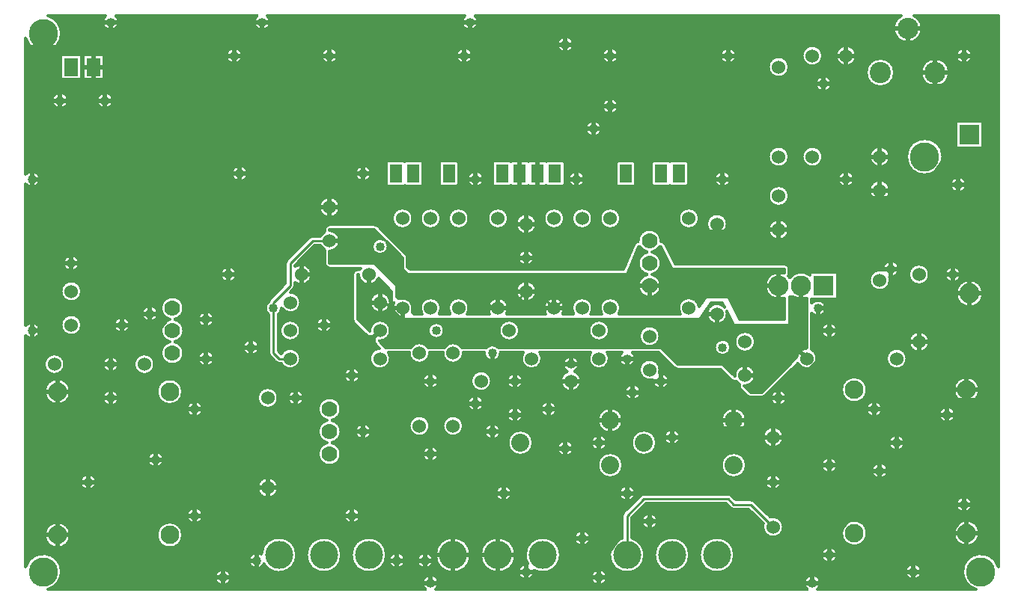
<source format=gbr>
G04 EasyPC Gerber Version 20.0.2 Build 4112 *
G04 #@! TF.Part,Single*
G04 #@! TF.FileFunction,Copper,L2,Bot *
%FSLAX35Y35*%
%MOIN*%
G04 #@! TA.AperFunction,ComponentPad*
%ADD12R,0.05512X0.07874*%
%AMT12*0 Rounded Rectangle Pad at angle 0*4,1,8,-0.02756,-0.03937,0.02756,-0.03937,0.02756,-0.03937,0.02756,0.03937,0.02756,0.03937,-0.02756,0.03937,-0.02756,0.03937,-0.02756,-0.03937,-0.02756,-0.03937,0*%
%ADD12T12*%
%ADD80R,0.06000X0.08000*%
%ADD19R,0.08858X0.08858*%
%ADD14R,0.09000X0.09000*%
G04 #@! TD.AperFunction*
%ADD11C,0.01000*%
%ADD10C,0.01200*%
%ADD83C,0.02000*%
G04 #@! TA.AperFunction,ViaPad*
%ADD71C,0.04000*%
G04 #@! TA.AperFunction,ComponentPad*
%ADD13C,0.06000*%
%ADD79C,0.07000*%
%ADD135C,0.08000*%
%ADD18C,0.08268*%
%ADD70C,0.08858*%
%ADD15C,0.09000*%
%ADD16C,0.09449*%
%ADD17C,0.12500*%
G04 #@! TA.AperFunction,WasherPad*
%ADD139C,0.13000*%
X0Y0D02*
D02*
D10*
X380600Y187750D02*
X330600D01*
X325600Y197750*
X325045*
G75*
G02X321605Y195250I-4445J2500*
G01*
G75*
G02Y185250I-1005J-5000*
G01*
G75*
G02X325700Y180250I-1005J-5000*
G01*
G75*
G02X315500I-5100*
G01*
G75*
G02X319595Y185250I5100*
G01*
G75*
G02Y195250I1005J5000*
G01*
G75*
G02X316155Y197750I1005J5000*
G01*
X315600*
X310600Y185250*
X213100*
X210600Y187750*
Y192750*
X203580Y199770*
G75*
G02X204200Y197750I-2980J-2020*
G01*
G75*
G02X197000I-3600*
G01*
G75*
G02X202620Y200730I3600*
G01*
X198100Y205250*
X178100*
Y204850*
G75*
G02X182700Y200250J-4600*
G01*
G75*
G02X178100Y195650I-4600*
G01*
Y190250*
X198100*
X208100Y180250*
Y175250*
X208847Y174503*
G75*
G02X214853Y168497I1753J-4253*
G01*
X215600Y167750*
X219239*
G75*
G02X218500Y170250I3861J2500*
G01*
G75*
G02X227700I4600*
G01*
G75*
G02X226961Y167750I-4600*
G01*
X231739*
G75*
G02X231000Y170250I3861J2500*
G01*
G75*
G02X240200I4600*
G01*
G75*
G02X239461Y167750I-4600*
G01*
X249239*
G75*
G02X248500Y170250I3861J2500*
G01*
G75*
G02X257700I4600*
G01*
G75*
G02X256961Y167750I-4600*
G01*
X274239*
G75*
G02X273500Y170250I3861J2500*
G01*
G75*
G02X282700I4600*
G01*
G75*
G02X281961Y167750I-4600*
G01*
X286739*
G75*
G02X286000Y170250I3861J2500*
G01*
G75*
G02X295200I4600*
G01*
G75*
G02X294461Y167750I-4600*
G01*
X299239*
G75*
G02X298500Y170250I3861J2500*
G01*
G75*
G02X307700I4600*
G01*
G75*
G02X306961Y167750I-4600*
G01*
X334239*
G75*
G02X333500Y170250I3861J2500*
G01*
G75*
G02X342662Y170843I4600*
G01*
X345600Y175250*
X355600*
X360600Y165250*
X380600*
Y174686*
G75*
G02X372000Y180250I-2500J5564*
G01*
G75*
G02X380600Y185814I6100*
G01*
Y187750*
X261000Y177750D02*
G75*
G02X270200I4600D01*
G01*
G75*
G02X261000I-4600*
G01*
X372536D02*
G36*
X325045D01*
G75*
G02X316155I-4445J2500*
G01*
X270200*
G75*
G02X261000I-4600*
G01*
X208100*
Y175250*
X208847Y174503*
G75*
G02X215200Y170250I1753J-4252*
G01*
G75*
G02X214853Y168497I-4600*
G01*
X215600Y167750*
X219239*
G75*
G02X218500Y170250I3863J2500*
G01*
G75*
G02X227700I4600*
G01*
G75*
G02X226961Y167750I-4601J0*
G01*
X231739*
G75*
G02X231000Y170250I3863J2500*
G01*
G75*
G02X240200I4600*
G01*
G75*
G02X239461Y167750I-4601J0*
G01*
X249239*
G75*
G02X248500Y170250I3863J2500*
G01*
G75*
G02X257700I4600*
G01*
G75*
G02X256961Y167750I-4601J0*
G01*
X274239*
G75*
G02X273500Y170250I3863J2500*
G01*
G75*
G02X282700I4600*
G01*
G75*
G02X281961Y167750I-4601J0*
G01*
X286739*
G75*
G02X286000Y170250I3863J2500*
G01*
G75*
G02X295200I4600*
G01*
G75*
G02X294461Y167750I-4601J0*
G01*
X299239*
G75*
G02X298500Y170250I3863J2500*
G01*
G75*
G02X307700I4600*
G01*
G75*
G02X306961Y167750I-4601J0*
G01*
X334239*
G75*
G02X333500Y170250I3863J2500*
G01*
G75*
G02X342662Y170843I4600*
G01*
X345600Y175250*
X355600*
X360300Y165850*
X380000*
Y174454*
G75*
G02X372536Y177750I-1900J5796*
G01*
G37*
X198700Y204650D02*
G36*
X179442D01*
G75*
G02X182700Y200250I-1341J-4400*
G01*
Y200250*
Y200250*
G75*
G02X178700Y195689I-4600*
G01*
Y190250*
X198100*
X208100Y180250*
Y177750*
X261000*
G75*
G02X270200I4600*
G01*
X316155*
G75*
G02X315500Y180250I4445J2500*
G01*
Y180250*
G75*
G02X319595Y185250I5100*
G01*
G75*
G02X315500Y190250I1005J5000*
G01*
G75*
G02X319595Y195250I5100*
G01*
G75*
G02X316155Y197750I1006J5002*
G01*
X315600*
X310600Y185250*
X213100*
X210600Y187750*
Y192750*
X203580Y199770*
G75*
G02X204200Y197750I-2981J-2021*
G01*
G75*
G02X197000I-3600*
G01*
G75*
G02X202620Y200730I3600*
G01*
X198700Y204650*
G37*
X380000Y187750D02*
G36*
X330600D01*
X325600Y197750*
X325045*
G75*
G02X321605Y195250I-4445J2500*
G01*
G75*
G02X325700Y190250I-1005J-5000*
G01*
G75*
G02X321605Y185250I-5100*
G01*
G75*
G02X325700Y180250I-1005J-5000*
G01*
Y180250*
G75*
G02X325045Y177750I-5100*
G01*
X372536*
G75*
G02X372000Y180250I5564J2500*
G01*
Y180250*
G75*
G02X380000Y186046I6100*
G01*
Y187750*
G37*
X390600Y174686D02*
G75*
G02X384606Y175250I-2500J5564D01*
G01*
X383100*
Y162750*
X358100*
X355081Y168787*
G75*
G02X355200Y167750I-4481J-1037*
G01*
G75*
G02X346000I-4600*
G01*
G75*
G02X354119Y170713I4600*
G01*
X353100Y172750*
X348100*
X343100Y165250*
X210600*
Y165650*
G75*
G02X206739Y172750J4600*
G01*
X205600*
Y177750*
X199853Y183497*
G75*
G02X191000Y185250I-4253J1753*
G01*
X190600*
Y165250*
X196019Y159831*
G75*
G02X196000Y160250I4583J421*
G01*
G75*
G02X200600Y164850I4600*
G01*
G75*
G02X205200Y160250J-4600*
G01*
G75*
G02X200600Y155650I-4600*
G01*
G75*
G02X200181Y155669I2J4602*
G01*
X203100Y152750*
X214239*
G75*
G02X221961I3861J-2500*
G01*
X229239*
G75*
G02X236961I3861J-2500*
G01*
X248009*
G75*
G02X253191I2591J-2500*
G01*
X325600*
X333100Y145250*
X353100*
X358519Y139831*
G75*
G02X358500Y140250I4583J421*
G01*
G75*
G02X367700I4600*
G01*
G75*
G02X362681Y135669I-4600*
G01*
X365600Y132750*
X370600*
X386019Y148169*
G75*
G02X390181Y152331I4581J-419*
G01*
X390600Y152750*
Y174686*
X358500Y155250D02*
G75*
G02X367700I4600D01*
G01*
G75*
G02X358500I-4600*
G01*
X349500Y152750D02*
G75*
G02X356700I3600D01*
G01*
G75*
G02X349500I-3600*
G01*
X222000Y160250D02*
G75*
G02X229200I3600D01*
G01*
G75*
G02X222000I-3600*
G01*
X258100Y164850D02*
G75*
G02X262700Y160250J-4600D01*
G01*
G75*
G02X258100Y155650I-4600*
G01*
G75*
G02X253500Y160250J4600*
G01*
G75*
G02X258100Y164850I4600*
G01*
X298100D02*
G75*
G02X302700Y160250J-4600D01*
G01*
G75*
G02X298100Y155650I-4600*
G01*
G75*
G02X293500Y160250J4600*
G01*
G75*
G02X298100Y164850I4600*
G01*
X316000Y157750D02*
G75*
G02X325200I4600D01*
G01*
G75*
G02X316000I-4600*
G01*
X200600Y177350D02*
G75*
G02Y168150J-4600D01*
G01*
G75*
G02X196000Y172750J4600*
G01*
G75*
G02X200600Y177350I4600*
G01*
X390000Y152311D02*
G36*
Y155250D01*
X367700*
G75*
G02X358500I-4600*
G01*
X355691*
G75*
G02X356700Y152750I-2591J-2500*
G01*
G75*
G02X349500I-3600*
G01*
G75*
G02X350509Y155250I3600J0*
G01*
X324461*
G75*
G02X316739I-3861J2500*
G01*
X200600*
X203100Y152750*
X214239*
G75*
G02X221961I3861J-2500*
G01*
X229239*
G75*
G02X236961I3861J-2500*
G01*
X248009*
G75*
G02X253191I2591J-2500*
G01*
X325600*
X333100Y145250*
X353100*
X358519Y139831*
G75*
G02X358500Y140246I4455J415*
G01*
G75*
G02Y140250I4595J2*
G01*
G75*
G02X367700I4600*
G01*
G75*
G02X362681Y135669I-4600J0*
G01*
X365000Y133350*
X371200*
X386019Y148169*
G75*
G02X390000Y152311I4580J-419*
G01*
G37*
X196000Y160250D02*
G36*
X195600D01*
X196019Y159831*
G75*
G02X196000Y160246I4455J415*
G01*
G75*
G02Y160250I4595J2*
G01*
G37*
X316739D02*
G36*
X302700D01*
Y160250*
G75*
G02X298100Y155650I-4600*
G01*
G75*
G02X293500Y160250J4600*
G01*
Y160250*
X262700*
Y160250*
G75*
G02X258100Y155650I-4600*
G01*
G75*
G02X253500Y160250J4600*
G01*
Y160250*
X229200*
G75*
G02X222000I-3600*
G01*
X205200*
Y160250*
G75*
G02X200600Y155650I-4600*
G01*
G75*
G02X200181Y155669I-4J4474*
G01*
X200600Y155250*
X316739*
G75*
G02X316000Y157750I3861J2500*
G01*
G75*
G02X316739Y160250I4600*
G01*
G37*
X324461D02*
G36*
G75*
G02X325200Y157750I-3861J-2500D01*
G01*
G75*
G02X324461Y155250I-4600*
G01*
X350509*
G75*
G02X355691I2591J-2500*
G01*
X358500*
G75*
G02X367700I4600*
G01*
X390000*
Y160250*
X324461*
G37*
X383100Y172750D02*
G36*
Y162750D01*
X358100*
X355081Y168787*
G75*
G02X355200Y167750I-4506J-1040*
G01*
G75*
G02X346000I-4600*
G01*
G75*
G02X354119Y170713I4600*
G01*
X353100Y172750*
X348100*
X343100Y165250*
X210600*
Y165650*
G75*
G02X206000Y170250J4600*
G01*
G75*
G02X206739Y172750I4601*
G01*
X205600*
X205200*
G75*
G02X200600Y168150I-4600*
G01*
G75*
G02X196000Y172750J4600*
G01*
Y172750*
X191200*
Y164650*
X195600Y160250*
X196000*
Y160250*
G75*
G02X200600Y164850I4600*
G01*
G75*
G02X205200Y160250J-4600*
G01*
Y160250*
X222000*
G75*
G02X229200I3600*
G01*
X253500*
Y160250*
G75*
G02X258100Y164850I4600*
G01*
G75*
G02X262700Y160250J-4600*
G01*
Y160250*
X293500*
Y160250*
G75*
G02X298100Y164850I4600*
G01*
G75*
G02X302700Y160250J-4600*
G01*
Y160250*
X316739*
G75*
G02X324461I3861J-2500*
G01*
X390000*
Y172750*
X383100*
G37*
X205600D02*
G36*
Y177750D01*
X199853Y183497*
G75*
G02X191200Y183909I-4253J1753*
G01*
Y172750*
X196000*
Y172750*
G75*
G02X200600Y177350I4600*
G01*
G75*
G02X205200Y172750J-4600*
G01*
X205600*
G37*
X390000Y174454D02*
G36*
G75*
G02X384606Y175250I-1900J5796D01*
G01*
X383100*
Y172750*
X390000*
Y174454*
G37*
X475900Y54934D02*
Y300550D01*
X438491*
G75*
G02X435580Y288611I-2910J-5615*
G01*
G75*
G02X432670Y300550J6324*
G01*
X242863*
G75*
G02X244200Y297750I-2263J-2800*
G01*
G75*
G02X237000I-3600*
G01*
G75*
G02X238337Y300550I3600*
G01*
X150363*
G75*
G02X151700Y297750I-2263J-2800*
G01*
G75*
G02X144500I-3600*
G01*
G75*
G02X145837Y300550I3600*
G01*
X82863*
G75*
G02X84200Y297750I-2263J-2800*
G01*
G75*
G02X77000I-3600*
G01*
G75*
G02X78337Y300550I3600*
G01*
X52784*
G75*
G02X58700Y292750I-2184J-7800*
G01*
G75*
G02X42800Y290566I-8100*
G01*
Y230013*
G75*
G02X49200Y227750I2800J-2263*
G01*
G75*
G02X42800Y225487I-3600*
G01*
Y162513*
G75*
G02X49200Y160250I2800J-2263*
G01*
G75*
G02X42800Y157987I-3600*
G01*
Y54934*
G75*
G02X58700Y52750I7800J-2184*
G01*
G75*
G02X52784Y44950I-8100*
G01*
X220837*
G75*
G02X219500Y47750I2263J2800*
G01*
G75*
G02X226700I3600*
G01*
G75*
G02X225363Y44950I-3600*
G01*
X390837*
G75*
G02X389500Y47750I2263J2800*
G01*
G75*
G02X396700I3600*
G01*
G75*
G02X395363Y44950I-3600*
G01*
X465916*
G75*
G02X460000Y52750I2184J7800*
G01*
G75*
G02X475900Y54934I8100*
G01*
X454500Y225250D02*
G75*
G02X461700I3600D01*
G01*
G75*
G02X454500I-3600*
G01*
X457000Y282750D02*
G75*
G02X464200I3600D01*
G01*
G75*
G02X457000I-3600*
G01*
X457072Y253656D02*
X469128D01*
Y241596*
X457072*
Y253656*
X441461Y275250D02*
G75*
G02X454109I6324D01*
G01*
G75*
G02X441461I-6324*
G01*
X452000Y185250D02*
G75*
G02X459200I3600D01*
G01*
G75*
G02X452000I-3600*
G01*
X456028Y133872D02*
G75*
G02X467495I5734D01*
G01*
G75*
G02X456028I-5734*
G01*
X457000Y82750D02*
G75*
G02X464200I3600D01*
G01*
G75*
G02X457000I-3600*
G01*
X457071Y176800D02*
G75*
G02X469129I6029D01*
G01*
G75*
G02X457071I-6029*
G01*
X435000Y237750D02*
G75*
G02X451200I8100D01*
G01*
G75*
G02X435000I-8100*
G01*
X436000Y155250D02*
G75*
G02X445200I4600D01*
G01*
G75*
G02X436000I-4600*
G01*
Y185250D02*
G75*
G02X445200I4600D01*
G01*
G75*
G02X436000I-4600*
G01*
X449500Y122750D02*
G75*
G02X456700I3600D01*
G01*
G75*
G02X449500I-3600*
G01*
X456028Y69974D02*
G75*
G02X467495I5734D01*
G01*
G75*
G02X456028I-5734*
G01*
X248500Y210250D02*
G75*
G02X257700I4600D01*
G01*
G75*
G02X248500I-4600*
G01*
X281911Y235807D02*
G75*
G02X282850Y234869J-938D01*
G01*
Y225671*
G75*
G02X281911Y224733I-938*
G01*
X275076*
G75*
G02X274557Y224889I0J938*
G01*
G75*
G02X274037Y224733I-519J781*
G01*
X267202*
G75*
G02X266683Y224889I0J938*
G01*
G75*
G02X266163Y224733I-519J781*
G01*
X259328*
G75*
G02X258809Y224889I0J938*
G01*
G75*
G02X258289Y224733I-519J781*
G01*
X251454*
G75*
G02X250516Y225671J938*
G01*
Y234869*
G75*
G02X251454Y235807I938*
G01*
X258289*
G75*
G02X258809Y235650I0J-938*
G01*
G75*
G02X259328Y235807I519J-781*
G01*
X266163*
G75*
G02X266683Y235650I0J-938*
G01*
G75*
G02X267202Y235807I519J-781*
G01*
X274037*
G75*
G02X274557Y235650I0J-938*
G01*
G75*
G02X275076Y235807I519J-781*
G01*
X281911*
X273500Y210250D02*
G75*
G02X282700I4600D01*
G01*
G75*
G02X273500I-4600*
G01*
X261000Y207750D02*
G75*
G02X270200I4600D01*
G01*
G75*
G02X261000I-4600*
G01*
X262000Y192750D02*
G75*
G02X269200I3600D01*
G01*
G75*
G02X262000I-3600*
G01*
X279500Y287750D02*
G75*
G02X286700I3600D01*
G01*
G75*
G02X279500I-3600*
G01*
X284500Y227750D02*
G75*
G02X291700I3600D01*
G01*
G75*
G02X284500I-3600*
G01*
X286000Y210250D02*
G75*
G02X295200I4600D01*
G01*
G75*
G02X286000I-4600*
G01*
X292000Y250250D02*
G75*
G02X299200I3600D01*
G01*
G75*
G02X292000I-3600*
G01*
X298500Y210250D02*
G75*
G02X307700I4600D01*
G01*
G75*
G02X298500I-4600*
G01*
X299500Y260250D02*
G75*
G02X306700I3600D01*
G01*
G75*
G02X299500I-3600*
G01*
X313407Y235787D02*
G75*
G02X314346Y234849J-938D01*
G01*
Y225651*
G75*
G02X313407Y224713I-938*
G01*
X306572*
G75*
G02X305634Y225651J938*
G01*
Y234849*
G75*
G02X306572Y235787I938*
G01*
X313407*
X299500Y282750D02*
G75*
G02X306700I3600D01*
G01*
G75*
G02X299500I-3600*
G01*
X392002Y186348D02*
X404198D01*
Y174152*
X392800*
Y172513*
G75*
G02X399200Y170250I2800J-2263*
G01*
G75*
G02X392800Y167987I-3600*
G01*
Y152750*
G75*
G02X392622Y151882I-2200J0*
G01*
G75*
G02X390600Y143150I-2022J-4132*
G01*
G75*
G02X386543Y145581J4600*
G01*
X372156Y131194*
G75*
G02X370599Y130550I-1556J1556*
G01*
X365601*
G75*
G02X364044Y131194I-1J2200*
G01*
X361125Y134113*
G75*
G02X360601Y136388I1557J1556*
G01*
G75*
G02X359238Y137751I2499J3862*
G01*
G75*
G02X356959Y138280I-719J2080*
G01*
X352189Y143050*
X333101*
G75*
G02X331544Y143694I-1J2200*
G01*
X324689Y150550*
X312863*
G75*
G02X314200Y147750I-2263J-2800*
G01*
G75*
G02X307000I-3600*
G01*
G75*
G02X308337Y150550I3600*
G01*
X301750*
G75*
G02X298100Y143150I-3650J-2800*
G01*
G75*
G02X294450Y150550J4600*
G01*
X271750*
G75*
G02X268100Y143150I-3650J-2800*
G01*
G75*
G02X264450Y150550J4600*
G01*
X254187*
G75*
G02X254200Y150250I-3588J-301*
G01*
G75*
G02X247000I-3600*
G01*
G75*
G02X247013Y150550I3601J-1*
G01*
X237690*
G75*
G02X237700Y150250I-4591J-301*
G01*
G75*
G02X233100Y145650I-4600*
G01*
G75*
G02X228500Y150250J4600*
G01*
G75*
G02X228510Y150550I4600J-1*
G01*
X222690*
G75*
G02X222700Y150250I-4591J-301*
G01*
G75*
G02X218100Y145650I-4600*
G01*
G75*
G02X213500Y150250J4600*
G01*
G75*
G02X213510Y150550I4600J-1*
G01*
X204250*
G75*
G02X200600Y143150I-3650J-2800*
G01*
G75*
G02X200393Y152345J4600*
G01*
X199044Y153694*
G75*
G02X199041Y153698I1584J1588*
G01*
X198625Y154113*
G75*
G02X198101Y156388I1557J1556*
G01*
G75*
G02X196738Y157751I2499J3862*
G01*
G75*
G02X194457Y158281I-719J2080*
G01*
X194048Y158690*
G75*
G02X194043Y158696I1642J1648*
G01*
X189044Y163694*
G75*
G02X188400Y165250I1556J1556*
G01*
Y185250*
G75*
G02X190600Y187450I2200*
G01*
X191000*
G75*
G02X191526Y187387I0J-2201*
G01*
G75*
G02X191950Y188050I4074J-2137*
G01*
X178100*
G75*
G02X175900Y190250J2200*
G01*
Y195650*
G75*
G02X175964Y196176I2200*
G01*
G75*
G02X174007Y198150I2137J4074*
G01*
X171470*
X162700Y189380*
Y188821*
G75*
G02X170200Y185250I2900J-3571*
G01*
G75*
G02X162700Y181679I-4600*
G01*
Y180250*
G75*
G02X162085Y178765I-2100*
G01*
X160669Y177350*
G75*
G02X160600Y168150I-69J-4600*
G01*
G75*
G02X156700Y170311J4600*
G01*
G75*
G02X156700Y170250I-3591J-54*
G01*
G75*
G02X155200Y167326I-3600*
G01*
Y151120*
X156470Y149850*
X156507*
G75*
G02X165200Y147750I4093J-2100*
G01*
G75*
G02X156507Y145650I-4600*
G01*
X155602*
G75*
G02X154115Y146265I-3J2100*
G01*
X151615Y148765*
G75*
G02X151535Y148850I1486J1484*
G01*
G75*
G02X151000Y150250I1565J1400*
G01*
Y167326*
G75*
G02X151051Y173210I2100J2924*
G01*
G75*
G02X151511Y174123I2049J-459*
G01*
G75*
G02X151615Y174235I1590J-1374*
G01*
X158500Y181120*
Y190250*
G75*
G02X159115Y191735I2100*
G01*
X169115Y201735*
G75*
G02X170602Y202350I1485J-1485*
G01*
X174007*
G75*
G02X175964Y204324I4093J-2100*
G01*
G75*
G02X175900Y204850I2136J526*
G01*
Y205250*
G75*
G02X178100Y207450I2200*
G01*
X198100*
G75*
G02X199657Y206804J-2200*
G01*
X204172Y202290*
G75*
G02X204580Y201730I-1551J-1560*
G01*
G75*
G02X205135Y201326I-1001J-1959*
G01*
X212154Y194307*
G75*
G02X212800Y192750I-1554J-1557*
G01*
Y188661*
X214011Y187450*
X309111*
X313557Y198567*
G75*
G02X315509Y199948I2043J-817*
G01*
G75*
G02X315500Y200250I5093J304*
G01*
G75*
G02X325700I5100*
G01*
G75*
G02X325691Y199948I-5102J2*
G01*
G75*
G02X327568Y198734I-91J-2198*
G01*
X331960Y189950*
X380600*
G75*
G02X382800Y187750J-2200*
G01*
Y185834*
G75*
G02Y185815I-2047J-9*
G01*
G75*
G02Y185814I-1961J0*
G01*
G75*
G02X382411Y184565I-2200J0*
G01*
G75*
G02X383100Y183744I-4312J-4315*
G01*
G75*
G02X392002Y184939I5000J-3494*
G01*
Y186348*
X397000Y60250D02*
G75*
G02X404200I3600D01*
G01*
G75*
G02X397000I-3600*
G01*
Y100250D02*
G75*
G02X404200I3600D01*
G01*
G75*
G02X397000I-3600*
G01*
Y160250D02*
G75*
G02X404200I3600D01*
G01*
G75*
G02X397000I-3600*
G01*
X374500Y130250D02*
G75*
G02X381700I3600D01*
G01*
G75*
G02X374500I-3600*
G01*
X371000Y112750D02*
G75*
G02X380200I4600D01*
G01*
G75*
G02X371000I-4600*
G01*
X372000Y92750D02*
G75*
G02X379200I3600D01*
G01*
G75*
G02X372000I-3600*
G01*
X352500Y100250D02*
G75*
G02X363700I5600D01*
G01*
G75*
G02X352500I-5600*
G01*
Y120250D02*
G75*
G02X363700I5600D01*
G01*
G75*
G02X352500I-5600*
G01*
X324963Y141293D02*
G75*
G02X329200Y137750I637J-3543D01*
G01*
G75*
G02X322000I-3600*
G01*
G75*
G02X322057Y138387I3600J0*
G01*
G75*
G02X316000Y142750I-1457J4363*
G01*
G75*
G02X325200I4600*
G01*
G75*
G02X324963Y141293I-4600J0*
G01*
X327000Y112750D02*
G75*
G02X334200I3600D01*
G01*
G75*
G02X327000I-3600*
G01*
X309500Y132750D02*
G75*
G02X316700I3600D01*
G01*
G75*
G02X309500I-3600*
G01*
X312500Y110250D02*
G75*
G02X323700I5600D01*
G01*
G75*
G02X312500I-5600*
G01*
X294500Y50250D02*
G75*
G02X301700I3600D01*
G01*
G75*
G02X294500I-3600*
G01*
Y110250D02*
G75*
G02X301700I3600D01*
G01*
G75*
G02X294500I-3600*
G01*
X297500Y100250D02*
G75*
G02X308700I5600D01*
G01*
G75*
G02X297500I-5600*
G01*
X307000Y87750D02*
G75*
G02X314200I3600D01*
G01*
G75*
G02X307000I-3600*
G01*
X374191Y77129D02*
G75*
G02X380200Y72750I1409J-4379D01*
G01*
G75*
G02X371000I-4600*
G01*
G75*
G02X371221Y74159I4600J0*
G01*
X364730Y80650*
X358102*
G75*
G02X356615Y81265I-3J2100*
G01*
X354730Y83150*
X318970*
X312700Y76880*
Y67814*
G75*
G02X318450Y60250I-2100J-7564*
G01*
G75*
G02X302750I-7850*
G01*
G75*
G02X308500Y67814I7850*
G01*
Y77750*
G75*
G02X309115Y79235I2100*
G01*
X316615Y86735*
G75*
G02X318102Y87350I1485J-1485*
G01*
X355598*
G75*
G02X357085Y86735I3J-2100*
G01*
X358970Y84850*
X365598*
G75*
G02X367085Y84235I3J-2100*
G01*
X374191Y77129*
X342750Y60250D02*
G75*
G02X358450I7850D01*
G01*
G75*
G02X342750I-7850*
G01*
X317000Y75250D02*
G75*
G02X324200I3600D01*
G01*
G75*
G02X317000I-3600*
G01*
X322750Y60250D02*
G75*
G02X338450I7850D01*
G01*
G75*
G02X322750I-7850*
G01*
X297500Y120250D02*
G75*
G02X308700I5600D01*
G01*
G75*
G02X297500I-5600*
G01*
X279500Y107750D02*
G75*
G02X286700I3600D01*
G01*
G75*
G02X279500I-3600*
G01*
X287243Y142047D02*
G75*
G02X285600Y133150I-1643J-4297D01*
G01*
G75*
G02X283957Y142047J4600*
G01*
G75*
G02X282000Y145250I1643J3203*
G01*
G75*
G02X289200I3600*
G01*
G75*
G02X287243Y142047I-3600*
G01*
X287000Y67750D02*
G75*
G02X294200I3600D01*
G01*
G75*
G02X287000I-3600*
G01*
X272000Y125250D02*
G75*
G02X279200I3600D01*
G01*
G75*
G02X272000I-3600*
G01*
X257000Y122750D02*
G75*
G02X264200I3600D01*
G01*
G75*
G02X257000I-3600*
G01*
X257500Y110250D02*
G75*
G02X268700I5600D01*
G01*
G75*
G02X257500I-5600*
G01*
X265250Y60250D02*
G75*
G02X280950I7850D01*
G01*
G75*
G02X269125Y53481I-7850*
G01*
G75*
G02X269200Y52750I-3525J-730*
G01*
G75*
G02X262000I-3600*
G01*
G75*
G02X266331Y56275I3600*
G01*
G75*
G02X265250Y60250I6769J3975*
G01*
X257000Y137750D02*
G75*
G02X264200I3600D01*
G01*
G75*
G02X257000I-3600*
G01*
X239500Y127750D02*
G75*
G02X246700I3600D01*
G01*
G75*
G02X239500I-3600*
G01*
X245250Y60250D02*
G75*
G02X260950I7850D01*
G01*
G75*
G02X245250I-7850*
G01*
X245600Y142350D02*
G75*
G02X250200Y137750J-4600D01*
G01*
G75*
G02X245600Y133150I-4600*
G01*
G75*
G02X241000Y137750J4600*
G01*
G75*
G02X245600Y142350I4600*
G01*
X247000Y115250D02*
G75*
G02X254200I3600D01*
G01*
G75*
G02X247000I-3600*
G01*
X252000Y87750D02*
G75*
G02X259200I3600D01*
G01*
G75*
G02X252000I-3600*
G01*
X233100Y122350D02*
G75*
G02X237700Y117750J-4600D01*
G01*
G75*
G02X233100Y113150I-4600*
G01*
G75*
G02X228500Y117750J4600*
G01*
G75*
G02X233100Y122350I4600*
G01*
X219500Y137750D02*
G75*
G02X226700I3600D01*
G01*
G75*
G02X219500I-3600*
G01*
X218100Y122350D02*
G75*
G02Y113150J-4600D01*
G01*
G75*
G02X213500Y117750J4600*
G01*
G75*
G02X218100Y122350I4600*
G01*
X219500Y105250D02*
G75*
G02X226700I3600D01*
G01*
G75*
G02X219500I-3600*
G01*
X225250Y60250D02*
G75*
G02X240950I7850D01*
G01*
G75*
G02X225250I-7850*
G01*
X217000Y57750D02*
G75*
G02X224200I3600D01*
G01*
G75*
G02X217000I-3600*
G01*
X204500D02*
G75*
G02X211700I3600D01*
G01*
G75*
G02X204500I-3600*
G01*
X184500Y77750D02*
G75*
G02X191700I3600D01*
G01*
G75*
G02X184500I-3600*
G01*
X187750Y60250D02*
G75*
G02X203450I7850D01*
G01*
G75*
G02X187750I-7850*
G01*
X184500Y140250D02*
G75*
G02X191700I3600D01*
G01*
G75*
G02X184500I-3600*
G01*
X189500Y115250D02*
G75*
G02X196700I3600D01*
G01*
G75*
G02X189500I-3600*
G01*
X172000Y162750D02*
G75*
G02X179200I3600D01*
G01*
G75*
G02X172000I-3600*
G01*
X173000Y125250D02*
G75*
G02X183200I5100D01*
G01*
G75*
G02X179105Y120250I-5100*
G01*
G75*
G02Y110250I-1005J-5000*
G01*
G75*
G02X183200Y105250I-1005J-5000*
G01*
G75*
G02X173000I-5100*
G01*
G75*
G02X177095Y110250I5100*
G01*
G75*
G02Y120250I1005J5000*
G01*
G75*
G02X173000Y125250I1005J5000*
G01*
X167750Y60250D02*
G75*
G02X183450I7850D01*
G01*
G75*
G02X167750I-7850*
G01*
X160600Y164850D02*
G75*
G02X165200Y160250J-4600D01*
G01*
G75*
G02X160600Y155650I-4600*
G01*
G75*
G02X156000Y160250J4600*
G01*
G75*
G02X160600Y164850I4600*
G01*
X159500Y130250D02*
G75*
G02X166700I3600D01*
G01*
G75*
G02X159500I-3600*
G01*
X337030Y235787D02*
G75*
G02X337968Y234849J-938D01*
G01*
Y225651*
G75*
G02X337030Y224713I-938*
G01*
X330194*
G75*
G02X329675Y224870I0J938*
G01*
G75*
G02X329156Y224713I-519J781*
G01*
X322320*
G75*
G02X321382Y225651J938*
G01*
Y234849*
G75*
G02X322320Y235787I938*
G01*
X329156*
G75*
G02X329675Y235630I0J-938*
G01*
G75*
G02X330194Y235787I519J-781*
G01*
X337030*
X333500Y210250D02*
G75*
G02X342700I4600D01*
G01*
G75*
G02X333500I-4600*
G01*
X346000Y207750D02*
G75*
G02X355200I4600D01*
G01*
G75*
G02X346000I-4600*
G01*
X349500Y227750D02*
G75*
G02X356700I3600D01*
G01*
G75*
G02X349500I-3600*
G01*
X352000Y282750D02*
G75*
G02X359200I3600D01*
G01*
G75*
G02X352000I-3600*
G01*
X373500Y205250D02*
G75*
G02X382700I4600D01*
G01*
G75*
G02X373500I-4600*
G01*
Y220250D02*
G75*
G02X382700I4600D01*
G01*
G75*
G02X373500I-4600*
G01*
Y237750D02*
G75*
G02X382700I4600D01*
G01*
G75*
G02X373500I-4600*
G01*
Y277750D02*
G75*
G02X382700I4600D01*
G01*
G75*
G02X373500I-4600*
G01*
X393100Y242350D02*
G75*
G02Y233150J-4600D01*
G01*
G75*
G02X388500Y237750J4600*
G01*
G75*
G02X393100Y242350I4600*
G01*
Y287350D02*
G75*
G02X397700Y282750J-4600D01*
G01*
G75*
G02X393100Y278150I-4600*
G01*
G75*
G02X388500Y282750J4600*
G01*
G75*
G02X393100Y287350I4600*
G01*
X394500Y270250D02*
G75*
G02X401700I3600D01*
G01*
G75*
G02X394500I-3600*
G01*
X408100Y287350D02*
G75*
G02X412700Y282750J-4600D01*
G01*
G75*
G02X408100Y278150I-4600*
G01*
G75*
G02X403500Y282750J4600*
G01*
G75*
G02X408100Y287350I4600*
G01*
X404500Y227750D02*
G75*
G02X411700I3600D01*
G01*
G75*
G02X404500I-3600*
G01*
X406028Y69974D02*
G75*
G02X417495I5734D01*
G01*
G75*
G02X406028I-5734*
G01*
Y133872D02*
G75*
G02X417495I5734D01*
G01*
G75*
G02X406028I-5734*
G01*
X417000Y125250D02*
G75*
G02X424200I3600D01*
G01*
G75*
G02X417000I-3600*
G01*
X419500Y97750D02*
G75*
G02X426700I3600D01*
G01*
G75*
G02X419500I-3600*
G01*
X417051Y275250D02*
G75*
G02X429700I6324D01*
G01*
G75*
G02X417051I-6324*
G01*
X423100Y242350D02*
G75*
G02X427700Y237750J-4600D01*
G01*
G75*
G02X423100Y233150I-4600*
G01*
G75*
G02X418500Y237750J4600*
G01*
G75*
G02X423100Y242350I4600*
G01*
X424500Y187750D02*
G75*
G02X431700I3600D01*
G01*
G75*
G02X427463Y184207I-3600*
G01*
G75*
G02X427700Y182750I-4363J-1456*
G01*
G75*
G02X418500I-4600*
G01*
G75*
G02X424557Y187113I4600*
G01*
G75*
G02X424500Y187750I3543J636*
G01*
X430600Y152350D02*
G75*
G02Y143150J-4600D01*
G01*
G75*
G02X426000Y147750J4600*
G01*
G75*
G02X430600Y152350I4600*
G01*
X434500Y52750D02*
G75*
G02X441700I3600D01*
G01*
G75*
G02X434500I-3600*
G01*
X427000Y110250D02*
G75*
G02X434200I3600D01*
G01*
G75*
G02X427000I-3600*
G01*
X418500Y222750D02*
G75*
G02X427700I4600D01*
G01*
G75*
G02X418500I-4600*
G01*
X173500Y215250D02*
G75*
G02X182700I4600D01*
G01*
G75*
G02X173500I-4600*
G01*
X174500Y282750D02*
G75*
G02X181700I3600D01*
G01*
G75*
G02X174500I-3600*
G01*
X189500Y230250D02*
G75*
G02X196700I3600D01*
G01*
G75*
G02X189500I-3600*
G01*
X218900Y235787D02*
G75*
G02X219838Y234849J-938D01*
G01*
Y225651*
G75*
G02X218900Y224713I-938*
G01*
X212064*
G75*
G02X211545Y224870I0J938*
G01*
G75*
G02X211026Y224713I-519J781*
G01*
X204190*
G75*
G02X203252Y225651J938*
G01*
Y234849*
G75*
G02X204190Y235787I938*
G01*
X211026*
G75*
G02X211545Y235630I0J-938*
G01*
G75*
G02X212064Y235787I519J-781*
G01*
X218900*
X218500Y210250D02*
G75*
G02X227700I4600D01*
G01*
G75*
G02X218500I-4600*
G01*
X206000D02*
G75*
G02X215200I4600D01*
G01*
G75*
G02X206000I-4600*
G01*
X234667Y235807D02*
G75*
G02X235606Y234869J-938D01*
G01*
Y225671*
G75*
G02X234667Y224733I-938*
G01*
X227832*
G75*
G02X226894Y225671J938*
G01*
Y234869*
G75*
G02X227832Y235807I938*
G01*
X234667*
X231000Y210250D02*
G75*
G02X240200I4600D01*
G01*
G75*
G02X231000I-4600*
G01*
X234500Y282750D02*
G75*
G02X241700I3600D01*
G01*
G75*
G02X234500I-3600*
G01*
X239500Y227750D02*
G75*
G02X246700I3600D01*
G01*
G75*
G02X239500I-3600*
G01*
X95600Y149850D02*
G75*
G02Y140650J-4600D01*
G01*
G75*
G02X91000Y145250J4600*
G01*
G75*
G02X95600Y149850I4600*
G01*
X97000Y102750D02*
G75*
G02X104200I3600D01*
G01*
G75*
G02X97000I-3600*
G01*
X101205Y69128D02*
G75*
G02X112672I5734D01*
G01*
G75*
G02X101205I-5734*
G01*
X94500Y167750D02*
G75*
G02X101700I3600D01*
G01*
G75*
G02X94500I-3600*
G01*
X101205Y133026D02*
G75*
G02X112672I5734D01*
G01*
G75*
G02X101205I-5734*
G01*
X103000Y170250D02*
G75*
G02X113200I5100D01*
G01*
G75*
G02X109105Y165250I-5100*
G01*
G75*
G02Y155250I-1005J-5000*
G01*
G75*
G02X113200Y150250I-1005J-5000*
G01*
G75*
G02X103000I-5100*
G01*
G75*
G02X107095Y155250I5100*
G01*
G75*
G02Y165250I1005J5000*
G01*
G75*
G02X103000Y170250I1005J5000*
G01*
X114500Y77750D02*
G75*
G02X121700I3600D01*
G01*
G75*
G02X114500I-3600*
G01*
Y125250D02*
G75*
G02X121700I3600D01*
G01*
G75*
G02X114500I-3600*
G01*
X119500Y147750D02*
G75*
G02X126700I3600D01*
G01*
G75*
G02X119500I-3600*
G01*
Y165250D02*
G75*
G02X126700I3600D01*
G01*
G75*
G02X119500I-3600*
G01*
X127000Y50250D02*
G75*
G02X134200I3600D01*
G01*
G75*
G02X127000I-3600*
G01*
X129500Y185250D02*
G75*
G02X136700I3600D01*
G01*
G75*
G02X129500I-3600*
G01*
X132000Y282750D02*
G75*
G02X139200I3600D01*
G01*
G75*
G02X132000I-3600*
G01*
X134500Y230250D02*
G75*
G02X141700I3600D01*
G01*
G75*
G02X134500I-3600*
G01*
X139500Y152750D02*
G75*
G02X146700I3600D01*
G01*
G75*
G02X139500I-3600*
G01*
X147759Y60631D02*
G75*
G02X163450Y60250I7841J-381D01*
G01*
G75*
G02X148861Y56224I-7850*
G01*
G75*
G02X142000Y57750I-3261J1526*
G01*
G75*
G02X147759Y60631I3600*
G01*
X146000Y90250D02*
G75*
G02X155200I4600D01*
G01*
G75*
G02X146000I-4600*
G01*
Y130250D02*
G75*
G02X155200I4600D01*
G01*
G75*
G02X146000I-4600*
G01*
X82000Y162750D02*
G75*
G02X89200I3600D01*
G01*
G75*
G02X82000I-3600*
G01*
X68502Y283348D02*
X77698D01*
Y272152*
X68502*
Y283348*
X74500Y262750D02*
G75*
G02X81700I3600D01*
G01*
G75*
G02X74500I-3600*
G01*
X77000Y130250D02*
G75*
G02X84200I3600D01*
G01*
G75*
G02X77000I-3600*
G01*
Y145250D02*
G75*
G02X84200I3600D01*
G01*
G75*
G02X77000I-3600*
G01*
X55600Y149850D02*
G75*
G02X60200Y145250J-4600D01*
G01*
G75*
G02X55600Y140650I-4600*
G01*
G75*
G02X51000Y145250J4600*
G01*
G75*
G02X55600Y149850I4600*
G01*
X51205Y69128D02*
G75*
G02X62672I5734D01*
G01*
G75*
G02X51205I-5734*
G01*
Y133026D02*
G75*
G02X62672I5734D01*
G01*
G75*
G02X51205I-5734*
G01*
X54500Y262750D02*
G75*
G02X61700I3600D01*
G01*
G75*
G02X54500I-3600*
G01*
X58500Y162750D02*
G75*
G02X67700I4600D01*
G01*
G75*
G02X58500I-4600*
G01*
X67000Y92750D02*
G75*
G02X74200I3600D01*
G01*
G75*
G02X67000I-3600*
G01*
X58500Y177750D02*
G75*
G02X67700I4600D01*
G01*
G75*
G02X58500I-4600*
G01*
X59500Y190250D02*
G75*
G02X66700I3600D01*
G01*
G75*
G02X59500I-3600*
G01*
X58502Y283348D02*
X67698D01*
Y272152*
X58502*
Y283348*
X220250Y45550D02*
G36*
G75*
G02X219500Y47750I2850J2200D01*
G01*
G75*
G02X220509Y50250I3600J0*
G01*
X134200*
G75*
G02X127000I-3600*
G01*
X58304*
G75*
G02X54311Y45550I-7705J2500*
G01*
X220250*
G37*
X390250D02*
G36*
G75*
G02X389500Y47750I2850J2200D01*
G01*
G75*
G02X390509Y50250I3600J0*
G01*
X301700*
G75*
G02X294500I-3600*
G01*
X268191*
G75*
G02X263009I-2591J2500*
G01*
X225691*
G75*
G02X226700Y47750I-2591J-2500*
G01*
G75*
G02X225950Y45550I-3600*
G01*
X390250*
G37*
X460396Y50250D02*
G36*
X440691D01*
G75*
G02X435509I-2591J2500*
G01*
X395691*
G75*
G02X396700Y47750I-2591J-2500*
G01*
G75*
G02X395950Y45550I-3600*
G01*
X464389*
G75*
G02X460396Y50250I3711J7200*
G01*
G37*
X47541Y60250D02*
G36*
X43400D01*
Y56461*
G75*
G02X47541Y60250I7200J-3711*
G01*
G37*
X265250D02*
G36*
X260950D01*
G75*
G02X245250I-7850*
G01*
X240950*
G75*
G02X225250I-7850*
G01*
X223191*
G75*
G02X224200Y57750I-2591J-2500*
G01*
G75*
G02X217000I-3600*
G01*
G75*
G02X218009Y60250I3600J0*
G01*
X210691*
G75*
G02X211700Y57750I-2591J-2500*
G01*
G75*
G02X204500I-3600*
G01*
G75*
G02X205509Y60250I3600J0*
G01*
X203450*
G75*
G02X187750I-7850*
G01*
X183450*
G75*
G02X167750I-7850*
G01*
X163450*
G75*
G02X148861Y56224I-7850*
G01*
G75*
G02X142000Y57750I-3261J1526*
G01*
G75*
G02X143009Y60250I3600*
G01*
X53659*
G75*
G02X58700Y52750I-3059J-7500*
G01*
G75*
G02X58304Y50250I-8101J1*
G01*
X127000*
G75*
G02X134200I3600*
G01*
X220509*
G75*
G02X225691I2591J-2500*
G01*
X263009*
G75*
G02X262000Y52750I2591J2500*
G01*
Y52750*
G75*
G02X266331Y56275I3600*
G01*
G75*
G02X265250Y60250I6776J3976*
G01*
G37*
X460396Y50250D02*
G36*
G75*
G02X460000Y52750I7705J2501D01*
G01*
G75*
G02X465041Y60250I8100J0*
G01*
X404200*
G75*
G02X397000I-3600*
G01*
X358450*
G75*
G02X342750I-7850*
G01*
X338450*
G75*
G02X322750I-7850*
G01*
X318450*
G75*
G02X302750I-7850*
G01*
X280950*
G75*
G02X269125Y53481I-7850*
G01*
G75*
G02X269200Y52750I-3559J-733*
G01*
G75*
G02X268191Y50250I-3600J0*
G01*
X294500*
G75*
G02X301700I3600*
G01*
X390509*
G75*
G02X395691I2591J-2500*
G01*
X435509*
G75*
G02X434500Y52750I2591J2500*
G01*
G75*
G02X441700I3600*
G01*
G75*
G02X440691Y50250I-3600J0*
G01*
X460396*
G37*
X475300Y56461D02*
G36*
Y60250D01*
X471159*
G75*
G02X475300Y56461I-3059J-7500*
G01*
G37*
X302750Y60250D02*
G36*
G75*
G02X308500Y67814I7851J-1D01*
G01*
Y69974*
X293431*
G75*
G02X294200Y67750I-2831J-2224*
G01*
G75*
G02X287000I-3600*
G01*
G75*
G02X287769Y69974I3600J0*
G01*
X112609*
G75*
G02X112672Y69128I-5671J-848*
G01*
G75*
G02X101205I-5734*
G01*
G75*
G02X101268Y69974I5734J-1*
G01*
X62609*
G75*
G02X62672Y69128I-5671J-848*
G01*
G75*
G02X51205I-5734*
G01*
G75*
G02X51268Y69974I5734J-1*
G01*
X43400*
Y60250*
X47541*
G75*
G02X53659I3059J-7500*
G01*
X143009*
G75*
G02X147759Y60631I2591J-2500*
G01*
G75*
G02X163450Y60250I7841J-380*
G01*
Y60250*
X167750*
G75*
G02X183450I7850*
G01*
X187750*
G75*
G02X203450I7850*
G01*
X205509*
G75*
G02X210691I2591J-2500*
G01*
X218009*
G75*
G02X223191I2591J-2500*
G01*
X225250*
G75*
G02X240950I7850*
G01*
X245250*
G75*
G02X260950I7850*
G01*
X265250*
G75*
G02X280950I7850*
G01*
X302750*
G37*
X471159D02*
G36*
X475300D01*
Y69974*
X467495*
G75*
G02X456028I-5734*
G01*
X417495*
G75*
G02X406028I-5734*
G01*
X379268*
G75*
G02X371932I-3668J2776*
G01*
X312700*
Y67814*
G75*
G02X318450Y60250I-2100J-7564*
G01*
X322750*
G75*
G02X338450I7850*
G01*
X342750*
G75*
G02X358450I7850*
G01*
X397000*
G75*
G02X404200I3600*
G01*
X465041*
G75*
G02X471159I3059J-7500*
G01*
G37*
X308500Y75250D02*
G36*
X190691D01*
G75*
G02X185509I-2591J2500*
G01*
X120691*
G75*
G02X115509I-2591J2500*
G01*
X43400*
Y69974*
X51268*
G75*
G02X62609I5671J-846*
G01*
X101268*
G75*
G02X112609I5671J-846*
G01*
X287769*
G75*
G02X293431I2831J-2224*
G01*
X308500*
Y75250*
G37*
X370130D02*
G36*
X324200D01*
G75*
G02X317000I-3600*
G01*
X312700*
Y69974*
X371932*
G75*
G02X371000Y72750I3668J2776*
G01*
G75*
G02Y72752I5307J1*
G01*
G75*
G02X371221Y74159I4588*
G01*
X370130Y75250*
G37*
X406028Y69974D02*
G36*
G75*
G02X409515Y75250I5734D01*
G01*
X379461*
G75*
G02X380200Y72750I-3861J-2500*
G01*
G75*
G02X379268Y69974I-4600J0*
G01*
X406028*
G37*
X456028D02*
G36*
G75*
G02X459515Y75250I5734D01*
G01*
X414007*
G75*
G02X417495Y69974I-2246J-5276*
G01*
X456028*
G37*
X467495D02*
G36*
X475300D01*
Y75250*
X464007*
G75*
G02X467495Y69974I-2246J-5276*
G01*
G37*
X312630Y82750D02*
G36*
X43400D01*
Y75250*
X115509*
G75*
G02X114500Y77750I2591J2500*
G01*
G75*
G02X121700I3600*
G01*
G75*
G02X120691Y75250I-3600J0*
G01*
X185509*
G75*
G02X184500Y77750I2591J2500*
G01*
G75*
G02X191700I3600*
G01*
G75*
G02X190691Y75250I-3600J0*
G01*
X308500*
Y77750*
G75*
G02X309115Y79235I2102J0*
G01*
X312630Y82750*
G37*
X370130Y75250D02*
G36*
X364730Y80650D01*
X358102*
G75*
G02X356615Y81265I-2J2101*
G01*
X355130Y82750*
X318570*
X312700Y76880*
Y75250*
X317000*
G75*
G02X324200I3600*
G01*
X370130*
G37*
X379461D02*
G36*
X409515D01*
G75*
G02X414007I2246J-5275*
G01*
X459515*
G75*
G02X464007I2246J-5275*
G01*
X475300*
Y82750*
X464200*
G75*
G02X457000I-3600*
G01*
X368570*
X374191Y77129*
G75*
G02X379461Y75250I1409J-4379*
G01*
G37*
X368570Y82750D02*
G36*
X457000D01*
G75*
G02X464200I3600*
G01*
X475300*
Y87750*
X314200*
G75*
G02X307000I-3600*
G01*
X259200*
G75*
G02X252000I-3600*
G01*
X154461*
G75*
G02X146739I-3861J2500*
G01*
X43400*
Y82750*
X312630*
X316615Y86735*
G75*
G02X318102Y87350I1485J-1486*
G01*
X355598*
G75*
G02X357085Y86735I2J-2101*
G01*
X358970Y84850*
X365598*
G75*
G02X367085Y84235I2J-2101*
G01*
X368570Y82750*
G37*
X355130D02*
G36*
X354730Y83150D01*
X318970*
X318570Y82750*
X355130*
G37*
X146739Y92750D02*
G36*
X74200D01*
G75*
G02X67000I-3600*
G01*
X43400*
Y87750*
X146739*
G75*
G02X146000Y90250I3861J2500*
G01*
G75*
G02X146739Y92750I4600*
G01*
G37*
X154461D02*
G36*
G75*
G02X155200Y90250I-3861J-2500D01*
G01*
G75*
G02X154461Y87750I-4600*
G01*
X252000*
G75*
G02X259200I3600*
G01*
X307000*
G75*
G02X314200I3600*
G01*
X475300*
Y92750*
X379200*
G75*
G02X372000I-3600*
G01*
X154461*
G37*
X179105Y100250D02*
G36*
G75*
G02X177095I-1005J5001D01*
G01*
X103191*
G75*
G02X98009I-2591J2500*
G01*
X43400*
Y92750*
X67000*
G75*
G02X74200I3600*
G01*
X146739*
G75*
G02X154461I3861J-2500*
G01*
X372000*
G75*
G02X379200I3600*
G01*
X475300*
Y100250*
X425691*
G75*
G02X426700Y97750I-2591J-2500*
G01*
G75*
G02X419500I-3600*
G01*
G75*
G02X420509Y100250I3600J0*
G01*
X404200*
G75*
G02X397000I-3600*
G01*
X363700*
G75*
G02X352500I-5600*
G01*
X308700*
G75*
G02X297500I-5600*
G01*
X179105*
G37*
X173655Y107750D02*
G36*
X43400D01*
Y100250*
X98009*
G75*
G02X97000Y102750I2591J2500*
G01*
G75*
G02X104200I3600*
G01*
G75*
G02X103191Y100250I-3600J0*
G01*
X177095*
G75*
G02X173000Y105250I1005J5000*
G01*
Y105250*
G75*
G02X173655Y107750I5100*
G01*
G37*
X433191D02*
G36*
G75*
G02X428009I-2591J2500D01*
G01*
X323111*
G75*
G02X313089I-5011J2500*
G01*
X300691*
G75*
G02X295509I-2591J2500*
G01*
X286700*
G75*
G02X279500I-3600*
G01*
X268111*
G75*
G02X258089I-5011J2500*
G01*
X225691*
G75*
G02X226700Y105250I-2591J-2500*
G01*
G75*
G02X219500I-3600*
G01*
G75*
G02X220509Y107750I3600J0*
G01*
X182545*
G75*
G02X183200Y105250I-4445J-2500*
G01*
Y105250*
G75*
G02X179105Y100250I-5100*
G01*
X297500*
G75*
G02X308700I5600*
G01*
X352500*
G75*
G02X363700I5600*
G01*
X397000*
G75*
G02X404200I3600*
G01*
X420509*
G75*
G02X425691I2591J-2500*
G01*
X475300*
Y107750*
X433191*
G37*
X173655D02*
G36*
G75*
G02X177095Y110250I4445J-2500D01*
G01*
G75*
G02X173655Y112750I1005J5000*
G01*
X43400*
Y107750*
X173655*
G37*
X258089Y112750D02*
G36*
X253191D01*
G75*
G02X248009I-2591J2500*
G01*
X195691*
G75*
G02X190509I-2591J2500*
G01*
X182545*
G75*
G02X179105Y110250I-4445J2500*
G01*
G75*
G02X182545Y107750I-1005J-5000*
G01*
X220509*
G75*
G02X225691I2591J-2500*
G01*
X258089*
G75*
G02X257500Y110250I5011J2500*
G01*
G75*
G02X258089Y112750I5600*
G01*
G37*
X295509D02*
G36*
X268111D01*
G75*
G02X268700Y110250I-5011J-2500*
G01*
G75*
G02X268111Y107750I-5600*
G01*
X279500*
G75*
G02X286700I3600*
G01*
X295509*
G75*
G02X294500Y110250I2591J2500*
G01*
G75*
G02X295509Y112750I3600J0*
G01*
G37*
X313089D02*
G36*
X300691D01*
G75*
G02X301700Y110250I-2591J-2500*
G01*
G75*
G02X300691Y107750I-3600J0*
G01*
X313089*
G75*
G02X312500Y110250I5011J2500*
G01*
G75*
G02X313089Y112750I5600*
G01*
G37*
X428009D02*
G36*
X380200D01*
G75*
G02X371000I-4600*
G01*
X334200*
G75*
G02X327000I-3600*
G01*
X323111*
G75*
G02X323700Y110250I-5011J-2500*
G01*
G75*
G02X323111Y107750I-5600*
G01*
X428009*
G75*
G02X427000Y110250I2591J2500*
G01*
G75*
G02X428009Y112750I3600J0*
G01*
G37*
X433191D02*
G36*
G75*
G02X434200Y110250I-2591J-2500D01*
G01*
G75*
G02X433191Y107750I-3600J0*
G01*
X475300*
Y112750*
X433191*
G37*
X173655Y117750D02*
G36*
X43400D01*
Y112750*
X173655*
G75*
G02X173000Y115250I4445J2500*
G01*
G75*
G02X173655Y117750I5100*
G01*
G37*
X190509D02*
G36*
X182545D01*
G75*
G02X183200Y115250I-4445J-2500*
G01*
G75*
G02X182545Y112750I-5100*
G01*
X190509*
G75*
G02X189500Y115250I2591J2500*
G01*
G75*
G02X190509Y117750I3600J0*
G01*
G37*
X248009D02*
G36*
X237700D01*
Y117750*
G75*
G02X233100Y113150I-4600*
G01*
G75*
G02X228500Y117750J4600*
G01*
Y117750*
X222700*
G75*
G02X218100Y113150I-4600*
G01*
G75*
G02X213500Y117750J4600*
G01*
Y117750*
X195691*
G75*
G02X196700Y115250I-2591J-2500*
G01*
G75*
G02X195691Y112750I-3600J0*
G01*
X248009*
G75*
G02X247000Y115250I2591J2500*
G01*
G75*
G02X248009Y117750I3600J0*
G01*
G37*
X363111D02*
G36*
G75*
G02X353089I-5011J2500D01*
G01*
X308111*
G75*
G02X298089I-5011J2500*
G01*
X253191*
G75*
G02X254200Y115250I-2591J-2500*
G01*
G75*
G02X253191Y112750I-3600J0*
G01*
X258089*
G75*
G02X268111I5011J-2500*
G01*
X295509*
G75*
G02X300691I2591J-2500*
G01*
X313089*
G75*
G02X323111I5011J-2500*
G01*
X327000*
G75*
G02X334200I3600*
G01*
X371000*
G75*
G02X380200I4600*
G01*
X428009*
G75*
G02X433191I2591J-2500*
G01*
X475300*
Y117750*
X363111*
G37*
X173655Y122750D02*
G36*
X120691D01*
G75*
G02X115509I-2591J2500*
G01*
X43400*
Y117750*
X173655*
G75*
G02X177095Y120250I4445J-2500*
G01*
G75*
G02X173655Y122750I1005J5000*
G01*
G37*
X298089D02*
G36*
X278191D01*
G75*
G02X273009I-2591J2500*
G01*
X264200*
G75*
G02X257000I-3600*
G01*
X182545*
G75*
G02X179105Y120250I-4445J2500*
G01*
G75*
G02X182545Y117750I-1005J-5000*
G01*
X190509*
G75*
G02X195691I2591J-2500*
G01*
X213500*
Y117750*
G75*
G02X218100Y122350I4600*
G01*
G75*
G02X222700Y117750J-4600*
G01*
X228500*
Y117750*
G75*
G02X233100Y122350I4600*
G01*
G75*
G02X237700Y117750J-4600*
G01*
Y117750*
X248009*
G75*
G02X253191I2591J-2500*
G01*
X298089*
G75*
G02X297500Y120250I5011J2500*
G01*
G75*
G02X298089Y122750I5600*
G01*
G37*
X353089D02*
G36*
X308111D01*
G75*
G02X308700Y120250I-5011J-2500*
G01*
G75*
G02X308111Y117750I-5600*
G01*
X353089*
G75*
G02X352500Y120250I5011J2500*
G01*
G75*
G02X353089Y122750I5600*
G01*
G37*
X423191D02*
G36*
G75*
G02X418009I-2591J2500D01*
G01*
X363111*
G75*
G02X363700Y120250I-5011J-2500*
G01*
G75*
G02X363111Y117750I-5600*
G01*
X475300*
Y122750*
X456700*
G75*
G02X449500I-3600*
G01*
X423191*
G37*
X173655D02*
G36*
G75*
G02X173000Y125250I4445J2500D01*
G01*
Y125250*
G75*
G02X177095Y130250I5100*
G01*
X166700*
G75*
G02X159500I-3600*
G01*
X155200*
G75*
G02X146000I-4600*
G01*
X111956*
G75*
G02X101921I-5017J2776*
G01*
X84200*
G75*
G02X77000I-3600*
G01*
X61956*
G75*
G02X51921I-5017J2776*
G01*
X43400*
Y122750*
X115509*
G75*
G02X114500Y125250I2591J2500*
G01*
G75*
G02X121700I3600*
G01*
G75*
G02X120691Y122750I-3600J0*
G01*
X173655*
G37*
X466206Y130250D02*
G36*
G75*
G02X457317I-4445J3622D01*
G01*
X416206*
G75*
G02X407317I-4445J3622*
G01*
X381700*
G75*
G02X374500I-3600*
G01*
X315691*
G75*
G02X310509I-2591J2500*
G01*
X245691*
G75*
G02X246700Y127750I-2591J-2500*
G01*
G75*
G02X239500I-3600*
G01*
G75*
G02X240509Y130250I3600J0*
G01*
X179105*
G75*
G02X183200Y125250I-1005J-5000*
G01*
Y125250*
G75*
G02X182545Y122750I-5100*
G01*
X257000*
G75*
G02X264200I3600*
G01*
X273009*
G75*
G02X272000Y125250I2591J2500*
G01*
G75*
G02X279200I3600*
G01*
G75*
G02X278191Y122750I-3600J0*
G01*
X298089*
G75*
G02X308111I5011J-2500*
G01*
X353089*
G75*
G02X363111I5011J-2500*
G01*
X418009*
G75*
G02X417000Y125250I2591J2500*
G01*
G75*
G02X424200I3600*
G01*
G75*
G02X423191Y122750I-3600J0*
G01*
X449500*
G75*
G02X456700I3600*
G01*
X475300*
Y130250*
X466206*
G37*
X51268Y133872D02*
G36*
X43400D01*
Y130250*
X51921*
G75*
G02X51205Y133026I5017J2776*
G01*
G75*
G02X51268Y133872I5734J-1*
G01*
G37*
X101268D02*
G36*
X62609D01*
G75*
G02X62672Y133026I-5671J-848*
G01*
G75*
G02X61956Y130250I-5734*
G01*
X77000*
G75*
G02X84200I3600*
G01*
X101921*
G75*
G02X101205Y133026I5017J2776*
G01*
G75*
G02X101268Y133872I5734J-1*
G01*
G37*
X146000Y130250D02*
G36*
G75*
G02X147765Y133872I4600J0D01*
G01*
X112609*
G75*
G02X112672Y133026I-5671J-848*
G01*
G75*
G02X111956Y130250I-5734*
G01*
X146000*
G37*
X309679Y133872D02*
G36*
X288074D01*
G75*
G02X285600Y133150I-2474J3878*
G01*
G75*
G02X283126Y133872J4600*
G01*
X248074*
G75*
G02X245600Y133150I-2474J3878*
G01*
G75*
G02X243126Y133872I0J4600*
G01*
X153435*
G75*
G02X155200Y130250I-2835J-3622*
G01*
X159500*
G75*
G02X166700I3600*
G01*
X177095*
G75*
G02X179105I1005J-5001*
G01*
X240509*
G75*
G02X245691I2591J-2500*
G01*
X310509*
G75*
G02X309500Y132750I2591J2500*
G01*
G75*
G02X309679Y133872I3600J0*
G01*
G37*
X406028D02*
G36*
X374834D01*
X372156Y131194*
G75*
G02X370599Y130550I-1556J1556*
G01*
X365601*
G75*
G02X364044Y131194I-1J2200*
G01*
X361366Y133872*
X316521*
G75*
G02X316700Y132750I-3421J-1122*
G01*
G75*
G02X315691Y130250I-3600J0*
G01*
X374500*
G75*
G02X381700I3600*
G01*
X407317*
G75*
G02X406028Y133872I4445J3622*
G01*
G37*
X456028D02*
G36*
X417495D01*
G75*
G02X416206Y130250I-5734*
G01*
X457317*
G75*
G02X456028Y133872I4445J3622*
G01*
G37*
X467495D02*
G36*
G75*
G02X466206Y130250I-5734D01*
G01*
X475300*
Y133872*
X467495*
G37*
X242113Y140750D02*
G36*
X225090D01*
G75*
G02X226700Y137750I-1990J-3000*
G01*
G75*
G02X219500I-3600*
G01*
G75*
G02X221110Y140750I3600*
G01*
X191665*
G75*
G02X191700Y140250I-3565J-501*
G01*
G75*
G02X184500I-3600*
G01*
G75*
G02X184535Y140750I3600J-1*
G01*
X96554*
G75*
G02X95600Y140650I-954J4500*
G01*
G75*
G02X94646Y140750I0J4601*
G01*
X56554*
G75*
G02X55600Y140650I-954J4501*
G01*
G75*
G02X54646Y140750I0J4601*
G01*
X43400*
Y133872*
X51268*
G75*
G02X62609I5671J-846*
G01*
X101268*
G75*
G02X112609I5671J-846*
G01*
X147765*
G75*
G02X153435I2835J-3622*
G01*
X243126*
G75*
G02X241000Y137750I2474J3878*
G01*
Y137750*
Y137750*
G75*
G02X242113Y140750I4600*
G01*
G37*
X354488D02*
G36*
X327590D01*
G75*
G02X329200Y137750I-1990J-3000*
G01*
G75*
G02X322000I-3600*
G01*
G75*
G02Y137751I3470J0*
G01*
G75*
G02X322057Y138387I3594*
G01*
G75*
G02X316457Y140750I-1457J4363*
G01*
X289087*
G75*
G02X290200Y137750I-3488J-3000*
G01*
G75*
G02X288074Y133872I-4600*
G01*
X309679*
G75*
G02X316521I3421J-1122*
G01*
X361366*
X361125Y134113*
G75*
G02X360480Y135669I1557J1556*
G01*
G75*
G02X360601Y136388I2202J0*
G01*
G75*
G02X359238Y137751I2506J3869*
G01*
G75*
G02X356959Y138280I-719J2081*
G01*
X354488Y140750*
G37*
X282113D02*
G36*
X262590D01*
G75*
G02X264200Y137750I-1990J-3000*
G01*
G75*
G02X257000I-3600*
G01*
G75*
G02X258610Y140750I3600*
G01*
X249087*
G75*
G02X250200Y137750I-3487J-3000*
G01*
Y137750*
Y137750*
G75*
G02X248074Y133872I-4600*
G01*
X283126*
G75*
G02X281000Y137750I2474J3878*
G01*
G75*
G02X282113Y140750I4600J0*
G01*
G37*
X381712D02*
G36*
X374834Y133872D01*
X406028*
G75*
G02X417495I5734*
G01*
X456028*
G75*
G02X467495I5734*
G01*
X475300*
Y140750*
X381712*
G37*
X51739Y147750D02*
G36*
X43400D01*
Y140750*
X54646*
G75*
G02X51000Y145250I954J4500*
G01*
Y145250*
Y145250*
G75*
G02X51739Y147750I4600*
G01*
G37*
X91739D02*
G36*
X83191D01*
G75*
G02X84200Y145250I-2591J-2500*
G01*
G75*
G02X77000I-3600*
G01*
G75*
G02X78009Y147750I3600J0*
G01*
X59461*
G75*
G02X60200Y145250I-3861J-2500*
G01*
Y145250*
Y145250*
G75*
G02X56554Y140750I-4600*
G01*
X94646*
G75*
G02X91000Y145250I954J4500*
G01*
Y145250*
Y145250*
G75*
G02X91739Y147750I4600*
G01*
G37*
X282113Y140750D02*
G36*
G75*
G02X283957Y142047I3487J-3000D01*
G01*
G75*
G02X282000Y145250I1643J3203*
G01*
G75*
G02X283009Y147750I3600J0*
G01*
X272700*
G75*
G02X268100Y143150I-4600*
G01*
G75*
G02X263500Y147750J4600*
G01*
X253191*
G75*
G02X248009I-2591J2500*
G01*
X236961*
G75*
G02X233100Y145650I-3861J2500*
G01*
G75*
G02X229239Y147750J4600*
G01*
X221961*
G75*
G02X218100Y145650I-3861J2500*
G01*
G75*
G02X214239Y147750J4600*
G01*
X205200*
G75*
G02X200600Y143150I-4600*
G01*
G75*
G02X196000Y147750J4600*
G01*
X165200*
G75*
G02X156507Y145650I-4600*
G01*
X155602*
G75*
G02X154115Y146265I-2J2101*
G01*
X152630Y147750*
X126700*
G75*
G02X119500I-3600*
G01*
X112545*
G75*
G02X103655I-4445J2500*
G01*
X99461*
G75*
G02X100200Y145250I-3861J-2500*
G01*
G75*
G02X96554Y140750I-4600*
G01*
X184535*
G75*
G02X191665I3565J-500*
G01*
X221110*
G75*
G02X225090I1990J-3000*
G01*
X242113*
G75*
G02X245600Y142350I3487J-3000*
G01*
G75*
G02X249087Y140750I0J-4600*
G01*
X258610*
G75*
G02X262590I1990J-3000*
G01*
X282113*
G37*
X327488Y147750D02*
G36*
X314200D01*
G75*
G02X307000I-3600*
G01*
X302700*
G75*
G02X298100Y143150I-4600*
G01*
G75*
G02X293500Y147750J4600*
G01*
X288191*
G75*
G02X289200Y145250I-2591J-2500*
G01*
G75*
G02X287243Y142047I-3600*
G01*
G75*
G02X289087Y140750I-1643J-4297*
G01*
X316457*
G75*
G02X316000Y142750I4143J2000*
G01*
G75*
G02X325200I4600*
G01*
G75*
G02Y142749I-4101J0*
G01*
G75*
G02X324963Y141293I-4597*
G01*
G75*
G02X327590Y140750I636J-3544*
G01*
X354488*
X352189Y143050*
X333101*
G75*
G02X331544Y143694I-1J2200*
G01*
X327488Y147750*
G37*
X395200D02*
G36*
G75*
G02X390600Y143150I-4600D01*
G01*
G75*
G02X386543Y145581I-1J4599*
G01*
X381712Y140750*
X475300*
Y147750*
X435200*
G75*
G02X430600Y143150I-4600*
G01*
G75*
G02X426000Y147750J4600*
G01*
Y147750*
X395200*
G37*
X103655D02*
G36*
G75*
G02X103000Y150250I4445J2500D01*
G01*
Y150250*
G75*
G02X107095Y155250I5100*
G01*
X43400*
Y147750*
X51739*
G75*
G02X55600Y149850I3861J-2500*
G01*
G75*
G02X59461Y147750J-4600*
G01*
X78009*
G75*
G02X83191I2591J-2500*
G01*
X91739*
G75*
G02X95600Y149850I3861J-2500*
G01*
G75*
G02X99461Y147750J-4600*
G01*
X103655*
G37*
X152630D02*
G36*
X151615Y148765D01*
G75*
G02X151535Y148850I2194J2153*
G01*
G75*
G02X151000Y150250I1566J1400*
G01*
Y155250*
X145691*
G75*
G02X146700Y152750I-2591J-2500*
G01*
G75*
G02X139500I-3600*
G01*
G75*
G02X140509Y155250I3600J0*
G01*
X109105*
G75*
G02X113200Y150250I-1005J-5000*
G01*
Y150250*
G75*
G02X112545Y147750I-5100*
G01*
X119500*
G75*
G02X126700I3600*
G01*
X152630*
G37*
X198021Y155250D02*
G36*
X155200D01*
Y151120*
X156470Y149850*
X156507*
G75*
G02X165200Y147750I4093J-2100*
G01*
X196000*
G75*
G02X200393Y152345I4600*
G01*
X199044Y153694*
G75*
G02X199041Y153698I6J10*
G01*
X198625Y154113*
G75*
G02X198021Y155250I1557J1556*
G01*
G37*
X214239Y147750D02*
G36*
G75*
G02X213500Y150250I3861J2500D01*
G01*
Y150250*
G75*
G02Y150256I4338J3*
G01*
G75*
G02X213510Y150550I4384*
G01*
X204250*
G75*
G02X205200Y147750I-3650J-2800*
G01*
X214239*
G37*
X229239D02*
G36*
G75*
G02X228500Y150250I3861J2500D01*
G01*
Y150250*
G75*
G02Y150256I4338J3*
G01*
G75*
G02X228510Y150550I4384*
G01*
X222690*
G75*
G02X222700Y150256I-4374J-294*
G01*
G75*
G02Y150250I-4338J-3*
G01*
Y150250*
G75*
G02X221961Y147750I-4600*
G01*
X229239*
G37*
X248009D02*
G36*
G75*
G02X247000Y150250I2591J2500D01*
G01*
G75*
G02X247013Y150550I3567*
G01*
X237690*
G75*
G02X237700Y150256I-4374J-294*
G01*
G75*
G02Y150250I-4338J-3*
G01*
Y150250*
G75*
G02X236961Y147750I-4600*
G01*
X248009*
G37*
X263500D02*
G36*
G75*
G02X264450Y150550I4600D01*
G01*
X254187*
G75*
G02X254200Y150250I-3554J-300*
G01*
G75*
G02X253191Y147750I-3600J0*
G01*
X263500*
G37*
X293500D02*
G36*
G75*
G02X294450Y150550I4600D01*
G01*
X271750*
G75*
G02X272700Y147750I-3650J-2800*
G01*
X283009*
G75*
G02X288191I2591J-2500*
G01*
X293500*
G37*
X307000D02*
G36*
Y147750D01*
G75*
G02X308337Y150550I3599*
G01*
X301750*
G75*
G02X302700Y147750I-3650J-2800*
G01*
X307000*
G37*
X327488D02*
G36*
X324689Y150550D01*
X312863*
G75*
G02X314200Y147750I-2263J-2799*
G01*
Y147750*
X327488*
G37*
X395200D02*
G36*
X426000D01*
Y147750*
G75*
G02X430600Y152350I4600*
G01*
G75*
G02X435200Y147750J-4600*
G01*
X475300*
Y155250*
X445200*
G75*
G02X436000I-4600*
G01*
X392800*
Y152750*
G75*
G02Y152749I-2256J0*
G01*
G75*
G02X392622Y151882I-2196*
G01*
G75*
G02X395200Y147750I-2022J-4132*
G01*
G37*
X103000Y160250D02*
G36*
X88191D01*
G75*
G02X83009I-2591J2500*
G01*
X66961*
G75*
G02X59239I-3861J2500*
G01*
X49200*
G75*
G02X43400Y157400I-3600*
G01*
Y155250*
X107095*
G75*
G02X103000Y160250I1005J5000*
G01*
G37*
X151000D02*
G36*
X113200D01*
G75*
G02X109105Y155250I-5100*
G01*
X140509*
G75*
G02X145691I2591J-2500*
G01*
X151000*
Y160250*
G37*
X192488D02*
G36*
X178191D01*
G75*
G02X173009I-2591J2500*
G01*
X165200*
Y160250*
G75*
G02X160600Y155650I-4600*
G01*
G75*
G02X156000Y160250J4600*
G01*
Y160250*
X155200*
Y155250*
X198021*
G75*
G02X197980Y155669I2160J420*
G01*
G75*
G02X198101Y156388I2202J0*
G01*
G75*
G02X196738Y157751I2506J3869*
G01*
G75*
G02X194457Y158281I-719J2079*
G01*
X194048Y158690*
X194043Y158696*
X192488Y160250*
G37*
X392800D02*
G36*
Y155250D01*
X436000*
G75*
G02X445200I4600*
G01*
X475300*
Y160250*
X404200*
G75*
G02X397000I-3600*
G01*
X392800*
G37*
X103000D02*
G36*
G75*
G02X107095Y165250I5100D01*
G01*
G75*
G02X103655Y167750I1005J5000*
G01*
X101700*
G75*
G02X94500I-3600*
G01*
X43400*
Y163100*
G75*
G02X49200Y160250I2200J-2850*
G01*
X59239*
G75*
G02X58500Y162750I3861J2500*
G01*
G75*
G02X67700I4600*
G01*
G75*
G02X66961Y160250I-4600*
G01*
X83009*
G75*
G02X82000Y162750I2591J2500*
G01*
G75*
G02X89200I3600*
G01*
G75*
G02X88191Y160250I-3600J0*
G01*
X103000*
G37*
X150510Y167750D02*
G36*
X125691D01*
G75*
G02X126700Y165250I-2591J-2500*
G01*
G75*
G02X119500I-3600*
G01*
G75*
G02X120509Y167750I3600J0*
G01*
X112545*
G75*
G02X109105Y165250I-4445J2500*
G01*
G75*
G02X113200Y160250I-1005J-5000*
G01*
X151000*
Y167326*
G75*
G02X150510Y167750I2100J2923*
G01*
G37*
X188400D02*
G36*
X155691D01*
G75*
G02X155200Y167326I-2590J2500*
G01*
Y160250*
X156000*
Y160250*
G75*
G02X160600Y164850I4600*
G01*
G75*
G02X165200Y160250J-4600*
G01*
Y160250*
X173009*
G75*
G02X172000Y162750I2591J2500*
G01*
G75*
G02X179200I3600*
G01*
G75*
G02X178191Y160250I-3600J0*
G01*
X192488*
X189044Y163694*
G75*
G02X188400Y165249I1554J1555*
G01*
G75*
G02Y165250I1880J0*
G01*
Y167750*
G37*
X398191D02*
G36*
G75*
G02X393009I-2591J2500D01*
G01*
X392800*
Y160250*
X397000*
G75*
G02X404200I3600*
G01*
X475300*
Y167750*
X398191*
G37*
X154180Y176800D02*
G36*
X67601D01*
G75*
G02X58599I-4501J950*
G01*
X43400*
Y167750*
X94500*
G75*
G02X101700I3600*
G01*
X103655*
G75*
G02X103000Y170250I4445J2500*
G01*
Y170250*
G75*
G02X113200I5100*
G01*
Y170250*
G75*
G02X112545Y167750I-5100*
G01*
X120509*
G75*
G02X125691I2591J-2500*
G01*
X150510*
G75*
G02X149500Y170250I2591J2500*
G01*
G75*
G02X151051Y173210I3600*
G01*
G75*
G02X151511Y174123I2044J-457*
G01*
G75*
G02X151615Y174235I1596J-1380*
G01*
X154180Y176800*
G37*
X188400D02*
G36*
X162782D01*
G75*
G02X165200Y172750I-2182J-4050*
G01*
G75*
G02X160600Y168150I-4600*
G01*
G75*
G02X156700Y170311J4600*
G01*
G75*
G02X156700Y170265I-2397J-44*
G01*
G75*
G02Y170250I-2397J-7*
G01*
Y170250*
G75*
G02X155691Y167750I-3599*
G01*
X188400*
Y176800*
G37*
X393009Y167750D02*
G36*
G75*
G02X392800Y167987I2591J2500D01*
G01*
Y167750*
X393009*
G37*
X404198Y176800D02*
G36*
Y174152D01*
X392800*
Y172513*
G75*
G02X399200Y170250I2800J-2263*
G01*
G75*
G02X398191Y167750I-3600*
G01*
X475300*
Y176800*
X469129*
G75*
G02X457071I-6029*
G01*
X404198*
G37*
X158500Y185250D02*
G36*
X136700D01*
G75*
G02X129500I-3600*
G01*
X43400*
Y176800*
X58599*
G75*
G02X58500Y177750I4501J950*
G01*
G75*
G02X67700I4600*
G01*
G75*
G02X67601Y176800I-4600*
G01*
X154180*
X158500Y181120*
Y185250*
G37*
X188400Y176800D02*
G36*
Y185250D01*
X170200*
G75*
G02X162700Y181679I-4600*
G01*
Y180250*
G75*
G02X162085Y178765I-2102J0*
G01*
X160669Y177350*
G75*
G02X162782Y176800I-69J-4600*
G01*
X188400*
G37*
X384606Y185250D02*
G36*
X382727D01*
G75*
G02X382411Y184565I-2124J563*
G01*
G75*
G02X383100Y183744I-4310J-4313*
G01*
G75*
G02X384606Y185250I5000J-3494*
G01*
G37*
X392002D02*
G36*
X391594D01*
G75*
G02X392002Y184939I-3494J-5000*
G01*
Y185250*
G37*
X430690D02*
G36*
G75*
G02X427463Y184207I-2591J2500D01*
G01*
G75*
G02X427700Y182751I-4361J-1456*
G01*
G75*
G02Y182750I-4101J0*
G01*
G75*
G02X418500I-4600*
G01*
G75*
G02X419239Y185250I4600*
G01*
X404198*
Y176800*
X457071*
G75*
G02X469129I6029*
G01*
X475300*
Y185250*
X459200*
G75*
G02X452000I-3600*
G01*
X445200*
G75*
G02X436000I-4600*
G01*
X430690*
G37*
X158500D02*
G36*
Y190250D01*
G75*
G02X159115Y191735I2102J0*
G01*
X160130Y192750*
X65691*
G75*
G02X66700Y190250I-2591J-2500*
G01*
G75*
G02X59500I-3600*
G01*
G75*
G02X60509Y192750I3600J0*
G01*
X43400*
Y185250*
X129500*
G75*
G02X136700I3600*
G01*
X158500*
G37*
X188400D02*
G36*
G75*
G02X190600Y187450I2200D01*
G01*
X191000*
G75*
G02X191526Y187387I-3J-2226*
G01*
G75*
G02X191950Y188050I4073J-2136*
G01*
X178100*
G75*
G02X175900Y190250J2200*
G01*
Y192750*
X166070*
X162700Y189380*
Y188821*
G75*
G02X170200Y185250I2900J-3570*
G01*
Y185250*
X188400*
G37*
X311231Y192750D02*
G36*
X269200D01*
G75*
G02X262000I-3600*
G01*
X212800*
Y188661*
X214011Y187450*
X309111*
X311231Y192750*
G37*
X404198Y185250D02*
G36*
X419239D01*
G75*
G02X424557Y187113I3861J-2500*
G01*
G75*
G02X424500Y187749I3537J636*
G01*
G75*
G02Y187750I3470J0*
G01*
G75*
G02X431700I3600*
G01*
G75*
G02X430690Y185250I-3600J0*
G01*
X436000*
G75*
G02X445200I4600*
G01*
X452000*
G75*
G02X459200I3600*
G01*
X475300*
Y192750*
X330560*
X331960Y189950*
X380600*
G75*
G02X382800Y187750J-2200*
G01*
Y185834*
Y185815*
Y185814*
G75*
G02Y185813I-2417J0*
G01*
G75*
G02X382727Y185250I-2197J0*
G01*
X384606*
G75*
G02X391594I3494J-5000*
G01*
X392002*
Y186348*
X404198*
Y185250*
G37*
X175900Y205250D02*
G36*
X43400D01*
Y192750*
X60509*
G75*
G02X65691I2591J-2500*
G01*
X160130*
X169115Y201735*
G75*
G02X170602Y202350I1485J-1486*
G01*
X174007*
G75*
G02X175964Y204324I4095J-2102*
G01*
G75*
G02X175900Y204850I2155J528*
G01*
Y205250*
G37*
Y192750D02*
G36*
Y195650D01*
G75*
G02X175964Y196176I2219J-2*
G01*
G75*
G02X174007Y198150I2139J4076*
G01*
X171470*
X166070Y192750*
X175900*
G37*
X311231D02*
G36*
X313557Y198567D01*
G75*
G02X315509Y199948I2043J-817*
G01*
G75*
G02X315500Y200250I5250J309*
G01*
G75*
G02X319595Y205250I5100*
G01*
X269461*
G75*
G02X261739I-3861J2500*
G01*
X201211*
X204172Y202290*
G75*
G02X204580Y201730I-1549J-1558*
G01*
G75*
G02X205135Y201326I-1009J-1970*
G01*
X212154Y194307*
G75*
G02X212800Y192751I-1553J-1557*
G01*
G75*
G02Y192750I-2820J0*
G01*
X262000*
G75*
G02X269200I3600*
G01*
X311231*
G37*
X354461Y205250D02*
G36*
G75*
G02X346739I-3861J2500D01*
G01*
X321605*
G75*
G02X325700Y200250I-1005J-5000*
G01*
G75*
G02X325691Y199948I-5259J7*
G01*
G75*
G02X327568Y198734I-91J-2198*
G01*
X330560Y192750*
X475300*
Y205250*
X382700*
G75*
G02X373500I-4600*
G01*
X354461*
G37*
X261739Y210250D02*
G36*
X257700D01*
G75*
G02X248500I-4600*
G01*
X240200*
G75*
G02X231000I-4600*
G01*
X227700*
G75*
G02X218500I-4600*
G01*
X215200*
G75*
G02X206000I-4600*
G01*
X43400*
Y205250*
X175900*
G75*
G02X178100Y207450I2200*
G01*
X198100*
G75*
G02X199657Y206804I1J-2199*
G01*
X201211Y205250*
X261739*
G75*
G02X261000Y207750I3861J2500*
G01*
G75*
G02X261739Y210250I4600*
G01*
G37*
X346739D02*
G36*
X342700D01*
G75*
G02X333500I-4600*
G01*
X307700*
G75*
G02X298500I-4600*
G01*
X295200*
G75*
G02X286000I-4600*
G01*
X282700*
G75*
G02X273500I-4600*
G01*
X269461*
G75*
G02X270200Y207750I-3861J-2500*
G01*
G75*
G02X269461Y205250I-4600*
G01*
X319595*
G75*
G02X321605I1005J-5001*
G01*
X346739*
G75*
G02X346000Y207750I3861J2500*
G01*
G75*
G02X346739Y210250I4600*
G01*
G37*
X354461D02*
G36*
G75*
G02X355200Y207750I-3861J-2500D01*
G01*
G75*
G02X354461Y205250I-4600*
G01*
X373500*
G75*
G02X382700I4600*
G01*
X475300*
Y210250*
X354461*
G37*
X43400Y215250D02*
G36*
Y210250D01*
X206000*
G75*
G02X215200I4600*
G01*
X218500*
G75*
G02X227700I4600*
G01*
X231000*
G75*
G02X240200I4600*
G01*
X248500*
G75*
G02X257700I4600*
G01*
X261739*
G75*
G02X269461I3861J-2500*
G01*
X273500*
G75*
G02X282700I4600*
G01*
X286000*
G75*
G02X295200I4600*
G01*
X298500*
G75*
G02X307700I4600*
G01*
X333500*
G75*
G02X342700I4600*
G01*
X346739*
G75*
G02X354461I3861J-2500*
G01*
X475300*
Y215250*
X182700*
G75*
G02X173500I-4600*
G01*
X43400*
G37*
X426961Y220250D02*
G36*
G75*
G02X419239I-3861J2500D01*
G01*
X382700*
G75*
G02X373500I-4600*
G01*
X43400*
Y215250*
X173500*
G75*
G02X182700I4600*
G01*
X475300*
Y220250*
X426961*
G37*
X419239Y225250D02*
G36*
X410691D01*
G75*
G02X405509I-2591J2500*
G01*
X355691*
G75*
G02X350509I-2591J2500*
G01*
X337878*
G75*
G02X337030Y224713I-848J401*
G01*
X330194*
G75*
G02X329675Y224870I1J941*
G01*
G75*
G02X329156Y224713I-520J785*
G01*
X322320*
G75*
G02X321472Y225250J938*
G01*
X314256*
G75*
G02X313407Y224713I-848J401*
G01*
X306572*
G75*
G02X305724Y225250J938*
G01*
X290691*
G75*
G02X285509I-2591J2500*
G01*
X282750*
G75*
G02X281911Y224733I-839J421*
G01*
X275076*
G75*
G02X274557Y224889I1J941*
G01*
G75*
G02X274037Y224733I-520J785*
G01*
X267202*
G75*
G02X266683Y224889I1J941*
G01*
G75*
G02X266163Y224733I-520J785*
G01*
X259328*
G75*
G02X258809Y224889I1J941*
G01*
G75*
G02X258289Y224733I-520J785*
G01*
X251454*
G75*
G02X250615Y225250J938*
G01*
X245691*
G75*
G02X240509I-2591J2500*
G01*
X235506*
G75*
G02X234667Y224733I-839J421*
G01*
X227832*
G75*
G02X226993Y225250J938*
G01*
X219748*
G75*
G02X218900Y224713I-848J401*
G01*
X212064*
G75*
G02X211545Y224870I1J941*
G01*
G75*
G02X211026Y224713I-520J785*
G01*
X204190*
G75*
G02X203342Y225250J938*
G01*
X48191*
G75*
G02X43400Y224900I-2591J2500*
G01*
Y220250*
X373500*
G75*
G02X382700I4600*
G01*
X419239*
G75*
G02X418500Y222750I3861J2500*
G01*
G75*
G02X419239Y225250I4600*
G01*
G37*
X426961D02*
G36*
G75*
G02X427700Y222750I-3861J-2500D01*
G01*
G75*
G02X426961Y220250I-4600*
G01*
X475300*
Y225250*
X461700*
G75*
G02X454500I-3600*
G01*
X426961*
G37*
X203252Y230270D02*
G36*
X196700D01*
G75*
G02Y230250I-3604J-10*
G01*
G75*
G02X189500I-3600*
G01*
G75*
G02Y230270I3604J10*
G01*
X141700*
G75*
G02Y230250I-3604J-10*
G01*
G75*
G02X134500I-3600*
G01*
G75*
G02Y230270I3604J10*
G01*
X48171*
G75*
G02X49200Y227750I-2571J-2520*
G01*
G75*
G02X48191Y225250I-3600J0*
G01*
X203342*
G75*
G02X203252Y225651I848J401*
G01*
Y230270*
G37*
X226894D02*
G36*
X219838D01*
Y225651*
G75*
G02X219748Y225250I-938*
G01*
X226993*
G75*
G02X226894Y225671I839J421*
G01*
Y230270*
G37*
X240509Y225250D02*
G36*
G75*
G02X239500Y227750I2591J2500D01*
G01*
G75*
G02X240529Y230270I3600*
G01*
X235606*
Y225671*
G75*
G02X235506Y225250I-938*
G01*
X240509*
G37*
X250516Y230270D02*
G36*
X245671D01*
G75*
G02X246700Y227750I-2571J-2520*
G01*
G75*
G02X245691Y225250I-3600J0*
G01*
X250615*
G75*
G02X250516Y225671I839J421*
G01*
Y230270*
G37*
X285509Y225250D02*
G36*
G75*
G02X284500Y227750I2591J2500D01*
G01*
G75*
G02X285529Y230270I3600*
G01*
X282850*
Y225671*
G75*
G02X282750Y225250I-938*
G01*
X285509*
G37*
X305634Y230270D02*
G36*
X290671D01*
G75*
G02X291700Y227750I-2571J-2520*
G01*
G75*
G02X290691Y225250I-3600J0*
G01*
X305724*
G75*
G02X305634Y225651I848J401*
G01*
Y230270*
G37*
X321382D02*
G36*
X314346D01*
Y225651*
G75*
G02X314256Y225250I-938*
G01*
X321472*
G75*
G02X321382Y225651I848J401*
G01*
Y230270*
G37*
X350509Y225250D02*
G36*
G75*
G02X349500Y227750I2591J2500D01*
G01*
G75*
G02X350529Y230270I3600*
G01*
X337968*
Y225651*
G75*
G02X337878Y225250I-938*
G01*
X350509*
G37*
X405509D02*
G36*
G75*
G02X404500Y227750I2591J2500D01*
G01*
G75*
G02X405529Y230270I3600*
G01*
X355671*
G75*
G02X356700Y227750I-2571J-2520*
G01*
G75*
G02X355691Y225250I-3600J0*
G01*
X405509*
G37*
X446207Y230270D02*
G36*
G75*
G02X439993I-3107J7480D01*
G01*
X410671*
G75*
G02X411700Y227750I-2571J-2520*
G01*
G75*
G02X410691Y225250I-3600J0*
G01*
X419239*
G75*
G02X426961I3861J-2500*
G01*
X454500*
G75*
G02X461700I3600*
G01*
X475300*
Y230270*
X446207*
G37*
X435000Y237750D02*
G36*
X427700D01*
Y237750*
G75*
G02X423100Y233150I-4600*
G01*
G75*
G02X418500Y237750J4600*
G01*
Y237750*
X397700*
G75*
G02X393100Y233150I-4600*
G01*
G75*
G02X388500Y237750J4600*
G01*
Y237750*
X382700*
G75*
G02X373500I-4600*
G01*
X43400*
Y230600*
G75*
G02X48171Y230270I2200J-2850*
G01*
X134500*
G75*
G02X141700I3600J-20*
G01*
X189500*
G75*
G02X196700I3600J-20*
G01*
X203252*
Y234849*
G75*
G02X204190Y235787I938*
G01*
X211026*
G75*
G02X211545Y235630I-1J-941*
G01*
G75*
G02X212064Y235787I520J-785*
G01*
X218900*
G75*
G02X219838Y234849J-938*
G01*
Y230270*
X226894*
Y234869*
G75*
G02X227832Y235807I938*
G01*
X234667*
G75*
G02X235606Y234869J-938*
G01*
Y230270*
X240529*
G75*
G02X245671I2571J-2520*
G01*
X250516*
Y234869*
G75*
G02X251454Y235807I938*
G01*
X258289*
G75*
G02X258809Y235650I-1J-941*
G01*
G75*
G02X259328Y235807I520J-785*
G01*
X266163*
G75*
G02X266683Y235650I-1J-941*
G01*
G75*
G02X267202Y235807I520J-785*
G01*
X274037*
G75*
G02X274557Y235650I-1J-941*
G01*
G75*
G02X275076Y235807I520J-785*
G01*
X281911*
G75*
G02X282850Y234869J-938*
G01*
Y230270*
X285529*
G75*
G02X290671I2571J-2520*
G01*
X305634*
Y234849*
G75*
G02X306572Y235787I938*
G01*
X313407*
G75*
G02X314346Y234849J-938*
G01*
Y230270*
X321382*
Y234849*
G75*
G02X322320Y235787I938*
G01*
X329156*
G75*
G02X329675Y235630I-1J-941*
G01*
G75*
G02X330194Y235787I520J-785*
G01*
X337030*
G75*
G02X337968Y234849J-938*
G01*
Y230270*
X350529*
G75*
G02X355671I2571J-2520*
G01*
X405529*
G75*
G02X410671I2571J-2520*
G01*
X439993*
G75*
G02X435000Y237750I3107J7480*
G01*
G37*
X451200D02*
G36*
G75*
G02X446207Y230270I-8100D01*
G01*
X475300*
Y237750*
X451200*
G37*
X469128Y247626D02*
G36*
Y241596D01*
X457072*
Y247626*
X298065*
G75*
G02X293135I-2465J2624*
G01*
X43400*
Y237750*
X373500*
G75*
G02X382700I4600*
G01*
X388500*
Y237750*
G75*
G02X393100Y242350I4600*
G01*
G75*
G02X397700Y237750J-4600*
G01*
X418500*
Y237750*
G75*
G02X423100Y242350I4600*
G01*
G75*
G02X427700Y237750J-4600*
G01*
Y237750*
X435000*
G75*
G02X451200I8100*
G01*
X475300*
Y247626*
X469128*
G37*
X80691Y260250D02*
G36*
G75*
G02X75509I-2591J2500D01*
G01*
X60691*
G75*
G02X55509I-2591J2500*
G01*
X43400*
Y247626*
X293135*
G75*
G02X292000Y250250I2465J2624*
G01*
G75*
G02X299200I3600*
G01*
G75*
G02X298065Y247626I-3600*
G01*
X457072*
Y253656*
X469128*
Y247626*
X475300*
Y260250*
X306700*
G75*
G02X299500I-3600*
G01*
X80691*
G37*
X451658Y270250D02*
G36*
G75*
G02X443912I-3873J5000D01*
G01*
X427248*
G75*
G02X419503I-3873J5000*
G01*
X401700*
G75*
G02X394500I-3600*
G01*
X43400*
Y260250*
X55509*
G75*
G02X54500Y262750I2591J2500*
G01*
G75*
G02X61700I3600*
G01*
G75*
G02X60691Y260250I-3600J0*
G01*
X75509*
G75*
G02X74500Y262750I2591J2500*
G01*
G75*
G02X81700I3600*
G01*
G75*
G02X80691Y260250I-3600J0*
G01*
X299500*
G75*
G02X306700I3600*
G01*
X475300*
Y270250*
X451658*
G37*
X417051Y275250D02*
G36*
X381961D01*
G75*
G02X374239I-3861J2500*
G01*
X77698*
Y272152*
X68502*
Y275250*
X67698*
Y272152*
X58502*
Y275250*
X43400*
Y270250*
X394500*
G75*
G02X401700I3600*
G01*
X419503*
G75*
G02X417051Y275250I3873J5000*
G01*
G37*
X441461D02*
G36*
X429700D01*
G75*
G02X427248Y270250I-6324*
G01*
X443912*
G75*
G02X441461Y275250I3873J5000*
G01*
G37*
X454109D02*
G36*
G75*
G02X451658Y270250I-6324D01*
G01*
X475300*
Y275250*
X454109*
G37*
X58502Y282750D02*
G36*
X43400D01*
Y275250*
X58502*
Y282750*
G37*
X68502D02*
G36*
X67698D01*
Y275250*
X68502*
Y282750*
G37*
X412700D02*
G36*
Y282750D01*
G75*
G02X408100Y278150I-4600*
G01*
G75*
G02X403500Y282750J4600*
G01*
Y282750*
X397700*
Y282750*
G75*
G02X393100Y278150I-4600*
G01*
G75*
G02X388500Y282750J4600*
G01*
Y282750*
X359200*
G75*
G02X352000I-3600*
G01*
X306700*
G75*
G02X299500I-3600*
G01*
X241700*
G75*
G02X234500I-3600*
G01*
X181700*
G75*
G02X174500I-3600*
G01*
X139200*
G75*
G02X132000I-3600*
G01*
X77698*
Y275250*
X374239*
G75*
G02X373500Y277750I3861J2500*
G01*
G75*
G02X382700I4600*
G01*
G75*
G02X381961Y275250I-4600*
G01*
X417051*
G75*
G02X429700I6324*
G01*
X441461*
G75*
G02X454109I6324*
G01*
X475300*
Y282750*
X464200*
G75*
G02X457000I-3600*
G01*
X412700*
G37*
X56972Y287750D02*
G36*
G75*
G02X44228I-6372J5000D01*
G01*
X43400*
Y282750*
X58502*
Y283348*
X67698*
Y282750*
X68502*
Y283348*
X77698*
Y282750*
X132000*
G75*
G02X139200I3600*
G01*
X174500*
G75*
G02X181700I3600*
G01*
X234500*
G75*
G02X241700I3600*
G01*
X299500*
G75*
G02X306700I3600*
G01*
X352000*
G75*
G02X359200I3600*
G01*
X388500*
Y282750*
G75*
G02X393100Y287350I4600*
G01*
G75*
G02X397700Y282750J-4600*
G01*
Y282750*
X403500*
Y282750*
G75*
G02X408100Y287350I4600*
G01*
G75*
G02X412700Y282750J-4600*
G01*
Y282750*
X457000*
G75*
G02X464200I3600*
G01*
X475300*
Y287750*
X286700*
G75*
G02X279500I-3600*
G01*
X56972*
G37*
X44228D02*
G36*
G75*
G02X43400Y289039I6373J5000D01*
G01*
Y287750*
X44228*
G37*
X439433Y299950D02*
G36*
G75*
G02X441905Y294935I-3853J-5015D01*
G01*
G75*
G02X435580Y288611I-6324*
G01*
G75*
G02X429256Y294935J6324*
G01*
G75*
G02X431727Y299950I6324*
G01*
X243450*
G75*
G02X244200Y297750I-2850J-2200*
G01*
G75*
G02X237000I-3600*
G01*
G75*
G02X237750Y299950I3600*
G01*
X150950*
G75*
G02X151700Y297750I-2850J-2200*
G01*
G75*
G02X144500I-3600*
G01*
G75*
G02X145250Y299950I3600*
G01*
X83450*
G75*
G02X84200Y297750I-2850J-2200*
G01*
G75*
G02X77000I-3600*
G01*
G75*
G02X77750Y299950I3600*
G01*
X54311*
G75*
G02X58700Y292750I-3711J-7200*
G01*
G75*
G02X56972Y287750I-8100J0*
G01*
X279500*
G75*
G02X286700I3600*
G01*
X475300*
Y299950*
X439433*
G37*
D02*
D11*
X153100Y150250D02*
Y170250D01*
Y150250D02*
X155600Y147750D01*
X160600*
X153100Y172750D02*
Y170250D01*
X178100Y200250D02*
X170600D01*
X160600Y190250*
Y182750*
Y180250*
X153100Y172750*
X178100Y200250D02*
X190600D01*
X208100Y182750*
X238100*
X250600Y170250*
X253100*
X200600Y172750D02*
X203100D01*
X220600Y155250*
X303100*
X305600Y157750*
X313100*
X315600Y155250*
Y152750*
X328100*
X330600Y150250*
X340600*
X343100Y147750*
X370600*
X388100Y165250*
Y180250*
X253100Y170250D02*
X258100D01*
X265600Y177750*
X270600*
X278100Y170250*
X310600Y60250D02*
Y77750D01*
X318100Y85250*
X355600*
X358100Y82750*
X365600*
X375600Y72750*
X378100Y180250D02*
X330600D01*
X325600Y175250*
X305600*
X303100Y177750*
X285600*
X278100Y170250*
D02*
D12*
X207608Y230250D03*
X215482D03*
X231250Y230270D03*
X254872D03*
X262746D03*
X270620D03*
X278494D03*
X309990Y230250D03*
X325738D03*
X333612D03*
D02*
D13*
X55600Y145250D03*
X63100Y162750D03*
Y177750D03*
X95600Y145250D03*
X150600Y90250D03*
Y130250D03*
X160600Y147750D03*
Y160250D03*
Y172750D03*
X165600Y185250D03*
X178100Y200250D03*
Y215250D03*
X195600Y185250D03*
X200600Y147750D03*
Y160250D03*
Y172750D03*
X210600Y170250D03*
Y210250D03*
X218100Y117750D03*
Y150250D03*
X223100Y170250D03*
Y210250D03*
X233100Y117750D03*
Y150250D03*
X235600Y170250D03*
Y210250D03*
X245600Y137750D03*
X253100Y170250D03*
Y210250D03*
X258100Y160250D03*
X265600Y177750D03*
Y207750D03*
X268100Y147750D03*
X278100Y170250D03*
Y210250D03*
X285600Y137750D03*
X290600Y170250D03*
Y210250D03*
X298100Y147750D03*
Y160250D03*
X303100Y170250D03*
Y210250D03*
X320600Y142750D03*
Y157750D03*
X338100Y170250D03*
Y210250D03*
X350600Y167750D03*
Y207750D03*
X363100Y140250D03*
Y155250D03*
X375600Y72750D03*
Y112750D03*
X378100Y205250D03*
Y220250D03*
Y237750D03*
Y277750D03*
X390600Y147750D03*
X393100Y237750D03*
Y282750D03*
X408100D03*
X423100Y182750D03*
Y222750D03*
Y237750D03*
X430600Y147750D03*
X440600Y155250D03*
Y185250D03*
D02*
D14*
X398100Y180250D03*
D02*
D15*
X378100D03*
X388100D03*
D02*
D16*
X423376Y275250D03*
X435580Y294935D03*
X447785Y275250D03*
D02*
D17*
X155600Y60250D03*
X175600D03*
X195600D03*
X233100D03*
X253100D03*
X273100D03*
X310600D03*
X330600D03*
X350600D03*
D02*
D18*
X56939Y69128D03*
Y133026D03*
X106939Y69128D03*
Y133026D03*
X411761Y69974D03*
Y133872D03*
X461761Y69974D03*
Y133872D03*
D02*
D19*
X463100Y247626D03*
D02*
D70*
Y176800D03*
D02*
D71*
X45600Y160250D03*
Y227750D03*
X58100Y262750D03*
X63100Y190250D03*
X70600Y92750D03*
X78100Y262750D03*
X80600Y130250D03*
Y145250D03*
Y297750D03*
X85600Y162750D03*
X98100Y167750D03*
X100600Y102750D03*
X118100Y77750D03*
Y125250D03*
X123100Y147750D03*
Y165250D03*
X130600Y50250D03*
X133100Y185250D03*
X135600Y282750D03*
X138100Y230250D03*
X143100Y152750D03*
X145600Y57750D03*
X148100Y297750D03*
X153100Y170250D03*
X163100Y130250D03*
X175600Y162750D03*
X178100Y282750D03*
X188100Y77750D03*
Y140250D03*
X193100Y115250D03*
Y230250D03*
X200600Y197750D03*
X208100Y57750D03*
X220600D03*
X223100Y47750D03*
Y105250D03*
Y137750D03*
X225600Y160250D03*
X238100Y282750D03*
X240600Y297750D03*
X243100Y127750D03*
Y227750D03*
X250600Y115250D03*
Y150250D03*
X255600Y87750D03*
X260600Y122750D03*
Y137750D03*
X265600Y52750D03*
Y192750D03*
X275600Y125250D03*
X283100Y107750D03*
Y287750D03*
X285600Y145250D03*
X288100Y227750D03*
X290600Y67750D03*
X295600Y250250D03*
X298100Y50250D03*
Y110250D03*
X303100Y260250D03*
Y282750D03*
X310600Y87750D03*
Y147750D03*
X313100Y132750D03*
X320600Y75250D03*
X325600Y137750D03*
X330600Y112750D03*
X353100Y152750D03*
Y227750D03*
X355600Y282750D03*
X375600Y92750D03*
X378100Y130250D03*
X393100Y47750D03*
X395600Y170250D03*
X398100Y270250D03*
X400600Y60250D03*
Y100250D03*
Y160250D03*
X408100Y227750D03*
X420600Y125250D03*
X423100Y97750D03*
X428100Y187750D03*
X430600Y110250D03*
X438100Y52750D03*
X453100Y122750D03*
X455600Y185250D03*
X458100Y225250D03*
X460600Y82750D03*
Y282750D03*
D02*
D79*
X108100Y150250D03*
Y160250D03*
Y170250D03*
X178100Y105250D03*
Y115250D03*
Y125250D03*
X320600Y180250D03*
Y190250D03*
Y200250D03*
D02*
D80*
X63100Y277750D03*
X73100D03*
D02*
D83*
X45600Y159250D02*
Y156250D01*
Y161250D02*
Y164250D01*
Y226750D02*
Y223750D01*
Y228750D02*
Y231750D01*
X46600Y160250D02*
X49600D01*
X46600Y227750D02*
X49600D01*
X53805Y69128D02*
X50805D01*
X53805Y133026D02*
X50805D01*
X56939Y65994D02*
Y62994D01*
Y72262D02*
Y75262D01*
Y129892D02*
Y126892D01*
Y136159D02*
Y139159D01*
X57100Y262750D02*
X54100D01*
X58100Y261750D02*
Y258750D01*
Y263750D02*
Y266750D01*
X59100Y262750D02*
X62100D01*
X60072Y69128D02*
X63072D01*
X60072Y133026D02*
X63072D01*
X62100Y190250D02*
X59100D01*
X63100Y189250D02*
Y186250D01*
Y191250D02*
Y194250D01*
X64100Y190250D02*
X67100D01*
X69600Y92750D02*
X66600D01*
X70600Y91750D02*
Y88750D01*
Y93750D02*
Y96750D01*
X71100Y277750D02*
X68100D01*
X71600Y92750D02*
X74600D01*
X73100Y274750D02*
Y271750D01*
Y280750D02*
Y283750D01*
X75100Y277750D02*
X78100D01*
X77100Y262750D02*
X74100D01*
X78100Y261750D02*
Y258750D01*
Y263750D02*
Y266750D01*
X79100Y262750D02*
X82100D01*
X79600Y130250D02*
X76600D01*
X79600Y145250D02*
X76600D01*
X79600Y297750D02*
X76600D01*
X80600Y129250D02*
Y126250D01*
Y131250D02*
Y134250D01*
Y144250D02*
Y141250D01*
Y146250D02*
Y149250D01*
Y296750D02*
Y293750D01*
X81600Y130250D02*
X84600D01*
X81600Y145250D02*
X84600D01*
X81600Y297750D02*
X84600D01*
Y162750D02*
X81600D01*
X85600Y161750D02*
Y158750D01*
Y163750D02*
Y166750D01*
X86600Y162750D02*
X89600D01*
X97100Y167750D02*
X94100D01*
X98100Y166750D02*
Y163750D01*
Y168750D02*
Y171750D01*
X99100Y167750D02*
X102100D01*
X99600Y102750D02*
X96600D01*
X100600Y101750D02*
Y98750D01*
Y103750D02*
Y106750D01*
X101600Y102750D02*
X104600D01*
X117100Y77750D02*
X114100D01*
X117100Y125250D02*
X114100D01*
X118100Y76750D02*
Y73750D01*
Y78750D02*
Y81750D01*
Y124250D02*
Y121250D01*
Y126250D02*
Y129250D01*
X119100Y77750D02*
X122100D01*
X119100Y125250D02*
X122100D01*
Y147750D02*
X119100D01*
X122100Y165250D02*
X119100D01*
X123100Y146750D02*
Y143750D01*
Y148750D02*
Y151750D01*
Y164250D02*
Y161250D01*
Y166250D02*
Y169250D01*
X124100Y147750D02*
X127100D01*
X124100Y165250D02*
X127100D01*
X129600Y50250D02*
X126600D01*
X130600Y49250D02*
Y46250D01*
Y51250D02*
Y54250D01*
X131600Y50250D02*
X134600D01*
X132100Y185250D02*
X129100D01*
X133100Y184250D02*
Y181250D01*
Y186250D02*
Y189250D01*
X134100Y185250D02*
X137100D01*
X134600Y282750D02*
X131600D01*
X135600Y281750D02*
Y278750D01*
Y283750D02*
Y286750D01*
X136600Y282750D02*
X139600D01*
X137100Y230250D02*
X134100D01*
X138100Y229250D02*
Y226250D01*
Y231250D02*
Y234250D01*
X139100Y230250D02*
X142100D01*
Y152750D02*
X139100D01*
X143100Y151750D02*
Y148750D01*
Y153750D02*
Y156750D01*
X144100Y152750D02*
X147100D01*
X144600Y57750D02*
X141600D01*
X145600Y56750D02*
Y53750D01*
Y58750D02*
Y61750D01*
X147100Y297750D02*
X144100D01*
X148100Y296750D02*
Y293750D01*
X148600Y90250D02*
X145600D01*
X149100Y297750D02*
X152100D01*
X150600Y88250D02*
Y85250D01*
Y92250D02*
Y95250D01*
X152600Y90250D02*
X155600D01*
X162100Y130250D02*
X159100D01*
X163100Y129250D02*
Y126250D01*
Y131250D02*
Y134250D01*
X164100Y130250D02*
X167100D01*
X165600Y183250D02*
Y180250D01*
Y187250D02*
Y190250D01*
X167600Y185250D02*
X170600D01*
X174600Y162750D02*
X171600D01*
X175600Y161750D02*
Y158750D01*
Y163750D02*
Y166750D01*
X176100Y215250D02*
X173100D01*
X176600Y162750D02*
X179600D01*
X177100Y282750D02*
X174100D01*
X178100Y213250D02*
Y210250D01*
Y217250D02*
Y220250D01*
Y281750D02*
Y278750D01*
Y283750D02*
Y286750D01*
X179100Y282750D02*
X182100D01*
X180100Y200250D02*
X183100D01*
X180100Y215250D02*
X183100D01*
X187100Y77750D02*
X184100D01*
X187100Y140250D02*
X184100D01*
X188100Y76750D02*
Y73750D01*
Y78750D02*
Y81750D01*
Y139250D02*
Y136250D01*
Y141250D02*
Y144250D01*
X189100Y77750D02*
X192100D01*
X189100Y140250D02*
X192100D01*
Y115250D02*
X189100D01*
X192100Y230250D02*
X189100D01*
X193100Y114250D02*
Y111250D01*
Y116250D02*
Y119250D01*
Y229250D02*
Y226250D01*
Y231250D02*
Y234250D01*
X194100Y115250D02*
X197100D01*
X194100Y230250D02*
X197100D01*
X195600Y183250D02*
Y180250D01*
X198600Y172750D02*
X195600D01*
X199186Y158836D02*
X197065Y156715D01*
X200600Y170750D02*
Y167750D01*
Y174750D02*
Y177750D01*
X207100Y57750D02*
X204100D01*
X208100Y56750D02*
Y53750D01*
Y58750D02*
Y61750D01*
X208600Y170250D02*
X205600D01*
X209100Y57750D02*
X212100D01*
X210600Y168250D02*
Y165250D01*
X219600Y57750D02*
X216600D01*
X220600Y56750D02*
Y53750D01*
Y58750D02*
Y61750D01*
X221600Y57750D02*
X224600D01*
X222100Y47750D02*
X219100D01*
X222100Y105250D02*
X219100D01*
X222100Y137750D02*
X219100D01*
X223100Y48750D02*
Y51750D01*
Y104250D02*
Y101250D01*
Y106250D02*
Y109250D01*
Y136750D02*
Y133750D01*
Y138750D02*
Y141750D01*
X224100Y47750D02*
X227100D01*
X224100Y105250D02*
X227100D01*
X224100Y137750D02*
X227100D01*
X227850Y60250D02*
X224850D01*
X233100Y55000D02*
Y52000D01*
Y65500D02*
Y68500D01*
X237100Y282750D02*
X234100D01*
X238100Y281750D02*
Y278750D01*
Y283750D02*
Y286750D01*
X238350Y60250D02*
X241350D01*
X239100Y282750D02*
X242100D01*
X239600Y297750D02*
X236600D01*
X240600Y296750D02*
Y293750D01*
X241600Y297750D02*
X244600D01*
X242100Y127750D02*
X239100D01*
X242100Y227750D02*
X239100D01*
X243100Y126750D02*
Y123750D01*
Y128750D02*
Y131750D01*
Y226750D02*
Y223750D01*
Y228750D02*
Y231750D01*
X244100Y127750D02*
X247100D01*
X244100Y227750D02*
X247100D01*
X247850Y60250D02*
X244850D01*
X249600Y115250D02*
X246600D01*
X250600Y114250D02*
Y111250D01*
Y116250D02*
Y119250D01*
Y149250D02*
Y146250D01*
X251100Y170250D02*
X248100D01*
X251600Y115250D02*
X254600D01*
X253100Y55000D02*
Y52000D01*
Y65500D02*
Y68500D01*
Y172250D02*
Y175250D01*
X254600Y87750D02*
X251600D01*
X255100Y170250D02*
X258100D01*
X255600Y86750D02*
Y83750D01*
Y88750D02*
Y91750D01*
X256600Y87750D02*
X259600D01*
X258350Y60250D02*
X261350D01*
X259600Y122750D02*
X256600D01*
X259600Y137750D02*
X256600D01*
X260600Y121750D02*
Y118750D01*
Y123750D02*
Y126750D01*
Y136750D02*
Y133750D01*
Y138750D02*
Y141750D01*
X261600Y122750D02*
X264600D01*
X261600Y137750D02*
X264600D01*
X262746Y227333D02*
Y224333D01*
Y233207D02*
Y236207D01*
X263600Y177750D02*
X260600D01*
X263600Y207750D02*
X260600D01*
X264600Y52750D02*
X261600D01*
X264600Y192750D02*
X261600D01*
X265600Y51750D02*
Y48750D01*
Y53750D02*
Y56750D01*
Y175750D02*
Y172750D01*
Y179750D02*
Y182750D01*
Y191750D02*
Y188750D01*
Y193750D02*
Y196750D01*
Y205750D02*
Y202750D01*
Y209750D02*
Y212750D01*
X266600Y52750D02*
X269600D01*
X266600Y192750D02*
X269600D01*
X267600Y177750D02*
X270600D01*
X267600Y207750D02*
X270600D01*
X270620Y227333D02*
Y224333D01*
Y233207D02*
Y236207D01*
X274600Y125250D02*
X271600D01*
X275600Y124250D02*
Y121250D01*
Y126250D02*
Y129250D01*
X276100Y170250D02*
X273100D01*
X276600Y125250D02*
X279600D01*
X278100Y172250D02*
Y175250D01*
X280100Y170250D02*
X283100D01*
X282100Y107750D02*
X279100D01*
X282100Y287750D02*
X279100D01*
X283100Y106750D02*
Y103750D01*
Y108750D02*
Y111750D01*
Y286750D02*
Y283750D01*
Y288750D02*
Y291750D01*
X283600Y137750D02*
X280600D01*
X284100Y107750D02*
X287100D01*
X284100Y287750D02*
X287100D01*
X284600Y145250D02*
X281600D01*
X285600Y135750D02*
Y132750D01*
Y146250D02*
Y149250D01*
X286600Y145250D02*
X289600D01*
X287100Y227750D02*
X284100D01*
X287600Y137750D02*
X290600D01*
X288100Y226750D02*
Y223750D01*
Y228750D02*
Y231750D01*
X289100Y227750D02*
X292100D01*
X289600Y67750D02*
X286600D01*
X290600Y66750D02*
Y63750D01*
Y68750D02*
Y71750D01*
X291600Y67750D02*
X294600D01*
Y250250D02*
X291600D01*
X295600Y249250D02*
Y246250D01*
Y251250D02*
Y254250D01*
X296600Y250250D02*
X299600D01*
X297100Y50250D02*
X294100D01*
X297100Y110250D02*
X294100D01*
X298100Y49250D02*
Y46250D01*
Y51250D02*
Y54250D01*
Y109250D02*
Y106250D01*
Y111250D02*
Y114250D01*
X299100Y50250D02*
X302100D01*
X299100Y110250D02*
X302100D01*
X300100Y120250D02*
X297100D01*
X302100Y260250D02*
X299100D01*
X302100Y282750D02*
X299100D01*
X303100Y117250D02*
Y114250D01*
Y123250D02*
Y126250D01*
Y259250D02*
Y256250D01*
Y261250D02*
Y264250D01*
Y281750D02*
Y278750D01*
Y283750D02*
Y286750D01*
X304100Y260250D02*
X307100D01*
X304100Y282750D02*
X307100D01*
X306100Y120250D02*
X309100D01*
X309600Y87750D02*
X306600D01*
X309600Y147750D02*
X306600D01*
X310600Y86750D02*
Y83750D01*
Y88750D02*
Y91750D01*
Y146750D02*
Y143750D01*
X311600Y87750D02*
X314600D01*
X311600Y147750D02*
X314600D01*
X312100Y132750D02*
X309100D01*
X313100Y131750D02*
Y128750D01*
Y133750D02*
Y136750D01*
X314100Y132750D02*
X317100D01*
X318100Y180250D02*
X315100D01*
X319600Y75250D02*
X316600D01*
X320600Y74250D02*
Y71250D01*
Y76250D02*
Y79250D01*
Y177750D02*
Y174750D01*
X321600Y75250D02*
X324600D01*
X323100Y180250D02*
X326100D01*
X324600Y137750D02*
X321600D01*
X325600Y136750D02*
Y133750D01*
Y138750D02*
Y141750D01*
X326600Y137750D02*
X329600D01*
Y112750D02*
X326600D01*
X330600Y111750D02*
Y108750D01*
Y113750D02*
Y116750D01*
X331600Y112750D02*
X334600D01*
X348600Y167750D02*
X345600D01*
X350600Y165750D02*
Y162750D01*
X352100Y227750D02*
X349100D01*
X353100Y226750D02*
Y223750D01*
Y228750D02*
Y231750D01*
X354100Y227750D02*
X357100D01*
X354600Y282750D02*
X351600D01*
X355100Y120250D02*
X352100D01*
X355600Y281750D02*
Y278750D01*
Y283750D02*
Y286750D01*
X356600Y282750D02*
X359600D01*
X358100Y117250D02*
Y114250D01*
Y123250D02*
Y126250D01*
X361100Y120250D02*
X364100D01*
X363100Y142250D02*
Y145250D01*
X365100Y140250D02*
X368100D01*
X373600Y112750D02*
X370600D01*
X374600Y92750D02*
X371600D01*
X374600Y180250D02*
X371600D01*
X375600Y91750D02*
Y88750D01*
Y93750D02*
Y96750D01*
Y110750D02*
Y107750D01*
Y114750D02*
Y117750D01*
X376100Y205250D02*
X373100D01*
X376600Y92750D02*
X379600D01*
X377100Y130250D02*
X374100D01*
X377600Y112750D02*
X380600D01*
X378100Y129250D02*
Y126250D01*
Y131250D02*
Y134250D01*
Y176750D02*
Y173750D01*
Y183750D02*
Y186750D01*
Y203250D02*
Y200250D01*
Y207250D02*
Y210250D01*
X379100Y130250D02*
X382100D01*
X380100Y205250D02*
X383100D01*
X388100Y176750D02*
Y173750D01*
X389186Y149164D02*
X387065Y151285D01*
X392100Y47750D02*
X389100D01*
X393100Y48750D02*
Y51750D01*
X394100Y47750D02*
X397100D01*
X395600Y169250D02*
Y166250D01*
X396600Y170250D02*
X399600D01*
X397100Y270250D02*
X394100D01*
X398100Y269250D02*
Y266250D01*
Y271250D02*
Y274250D01*
X399100Y270250D02*
X402100D01*
X399600Y60250D02*
X396600D01*
X399600Y100250D02*
X396600D01*
X399600Y160250D02*
X396600D01*
X400600Y59250D02*
Y56250D01*
Y61250D02*
Y64250D01*
Y99250D02*
Y96250D01*
Y101250D02*
Y104250D01*
Y159250D02*
Y156250D01*
Y161250D02*
Y164250D01*
X401600Y60250D02*
X404600D01*
X401600Y100250D02*
X404600D01*
X401600Y160250D02*
X404600D01*
X406100Y282750D02*
X403100D01*
X407100Y227750D02*
X404100D01*
X408100Y226750D02*
Y223750D01*
Y228750D02*
Y231750D01*
Y280750D02*
Y277750D01*
Y284750D02*
Y287750D01*
X409100Y227750D02*
X412100D01*
X410100Y282750D02*
X413100D01*
X419600Y125250D02*
X416600D01*
X420600Y124250D02*
Y121250D01*
Y126250D02*
Y129250D01*
X421100Y222750D02*
X418100D01*
X421100Y237750D02*
X418100D01*
X421600Y125250D02*
X424600D01*
X422100Y97750D02*
X419100D01*
X423100Y96750D02*
Y93750D01*
Y98750D02*
Y101750D01*
Y220750D02*
Y217750D01*
Y224750D02*
Y227750D01*
Y235750D02*
Y232750D01*
Y239750D02*
Y242750D01*
X424100Y97750D02*
X427100D01*
X425100Y222750D02*
X428100D01*
X425100Y237750D02*
X428100D01*
X427100Y187750D02*
X424100D01*
X428100Y186750D02*
Y183750D01*
Y188750D02*
Y191750D01*
X429100Y187750D02*
X432100D01*
X429600Y110250D02*
X426600D01*
X430600Y109250D02*
Y106250D01*
Y111250D02*
Y114250D01*
X431600Y110250D02*
X434600D01*
X431856Y294935D02*
X428856D01*
X435580Y291211D02*
Y288211D01*
X437100Y52750D02*
X434100D01*
X438100Y51750D02*
Y48750D01*
Y53750D02*
Y56750D01*
X438600Y155250D02*
X435600D01*
X439100Y52750D02*
X442100D01*
X439305Y294935D02*
X442305D01*
X440600Y153250D02*
Y150250D01*
Y157250D02*
Y160250D01*
X442600Y155250D02*
X445600D01*
X444061Y275250D02*
X441061D01*
X447785Y271526D02*
Y268526D01*
Y278974D02*
Y281974D01*
X451509Y275250D02*
X454509D01*
X452100Y122750D02*
X449100D01*
X453100Y121750D02*
Y118750D01*
Y123750D02*
Y126750D01*
X454100Y122750D02*
X457100D01*
X454600Y185250D02*
X451600D01*
X455600Y184250D02*
Y181250D01*
Y186250D02*
Y189250D01*
X456600Y185250D02*
X459600D01*
X457100Y225250D02*
X454100D01*
X458100Y224250D02*
Y221250D01*
Y226250D02*
Y229250D01*
X458628Y69974D02*
X455628D01*
X458628Y133872D02*
X455628D01*
X459100Y225250D02*
X462100D01*
X459600Y82750D02*
X456600D01*
X459600Y282750D02*
X456600D01*
X459671Y176800D02*
X456671D01*
X460600Y81750D02*
Y78750D01*
Y83750D02*
Y86750D01*
Y281750D02*
Y278750D01*
Y283750D02*
Y286750D01*
X461600Y82750D02*
X464600D01*
X461600Y282750D02*
X464600D01*
X461761Y66841D02*
Y63841D01*
Y73108D02*
Y76108D01*
Y130738D02*
Y127738D01*
Y137006D02*
Y140006D01*
X463100Y173370D02*
Y170370D01*
Y180229D02*
Y183229D01*
X464895Y69974D02*
X467895D01*
X464895Y133872D02*
X467895D01*
X466529Y176800D02*
X469529D01*
D02*
D135*
X263100Y110250D03*
X303100Y100250D03*
Y120250D03*
X318100Y110250D03*
X358100Y100250D03*
Y120250D03*
D02*
D139*
X50600Y52750D03*
Y292750D03*
X443100Y237750D03*
X468100Y52750D03*
X0Y0D02*
M02*

</source>
